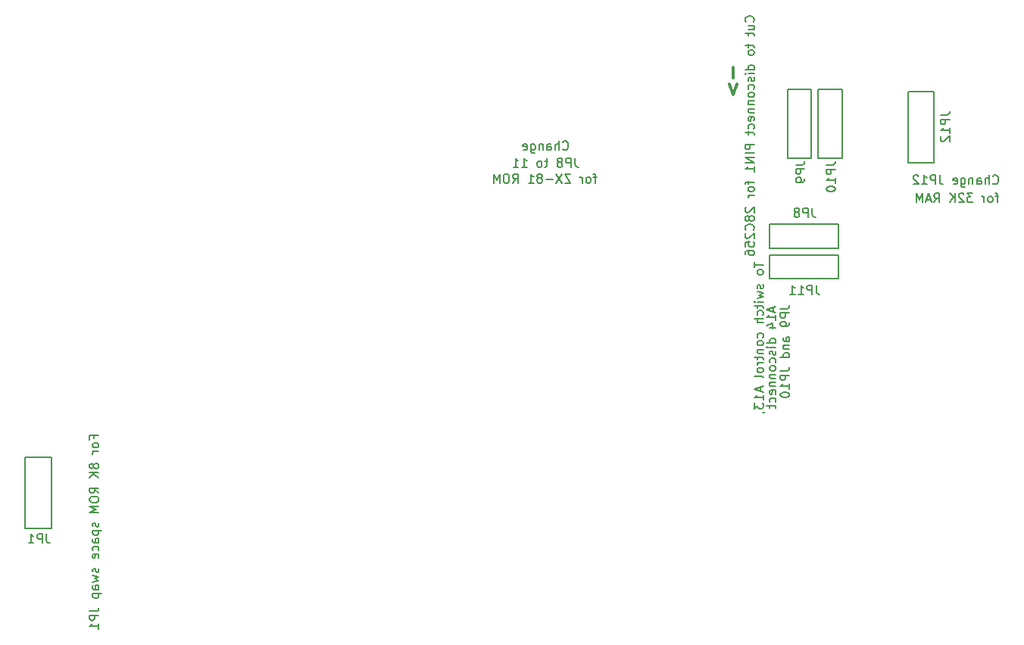
<source format=gbo>
%TF.GenerationSoftware,KiCad,Pcbnew,9.0.3*%
%TF.CreationDate,2025-08-02T16:42:51+01:00*%
%TF.ProjectId,ZX81plus38,5a583831-706c-4757-9333-382e6b696361,1.10*%
%TF.SameCoordinates,Original*%
%TF.FileFunction,Legend,Bot*%
%TF.FilePolarity,Positive*%
%FSLAX46Y46*%
G04 Gerber Fmt 4.6, Leading zero omitted, Abs format (unit mm)*
G04 Created by KiCad (PCBNEW 9.0.3) date 2025-08-02 16:42:51*
%MOMM*%
%LPD*%
G01*
G04 APERTURE LIST*
%ADD10C,0.200000*%
%ADD11C,0.150000*%
%ADD12C,0.300000*%
G04 APERTURE END LIST*
D10*
X166116000Y-69469000D02*
X166243000Y-69469000D01*
X80391000Y-110617000D02*
X80391000Y-118618000D01*
X179070000Y-77724000D02*
X176149000Y-77724000D01*
X165354000Y-77216000D02*
X163068000Y-77216000D01*
X179070000Y-69723000D02*
X179070000Y-77724000D01*
X77470000Y-118618000D02*
X77470000Y-110617000D01*
X168402000Y-88011000D02*
X168402000Y-90678000D01*
X160655000Y-88011000D02*
X168402000Y-88011000D01*
X160655000Y-84582000D02*
X168402000Y-84582000D01*
X80391000Y-118618000D02*
X77470000Y-118618000D01*
X160655000Y-90678000D02*
X160655000Y-88011000D01*
X176276000Y-69723000D02*
X179070000Y-69723000D01*
X176149000Y-77724000D02*
X176149000Y-69723000D01*
X168402000Y-87249000D02*
X160655000Y-87249000D01*
X168402000Y-90678000D02*
X160655000Y-90678000D01*
X168783000Y-77216000D02*
X166116000Y-77216000D01*
X168402000Y-84582000D02*
X168402000Y-87249000D01*
X162941000Y-77216000D02*
X162687000Y-77216000D01*
X160655000Y-87249000D02*
X160655000Y-84582000D01*
X162687000Y-69469000D02*
X162941000Y-69469000D01*
X166116000Y-77216000D02*
X166116000Y-69469000D01*
X162687000Y-77216000D02*
X162687000Y-69469000D01*
X166243000Y-69469000D02*
X168783000Y-69469000D01*
X77470000Y-110617000D02*
X80391000Y-110617000D01*
X162941000Y-69469000D02*
X165354000Y-69469000D01*
X163068000Y-77216000D02*
X162941000Y-77216000D01*
X165354000Y-69469000D02*
X165354000Y-77216000D01*
X168783000Y-69469000D02*
X168783000Y-77216000D01*
D11*
X158855580Y-61914093D02*
X158903200Y-61866474D01*
X158903200Y-61866474D02*
X158950819Y-61723617D01*
X158950819Y-61723617D02*
X158950819Y-61628379D01*
X158950819Y-61628379D02*
X158903200Y-61485522D01*
X158903200Y-61485522D02*
X158807961Y-61390284D01*
X158807961Y-61390284D02*
X158712723Y-61342665D01*
X158712723Y-61342665D02*
X158522247Y-61295046D01*
X158522247Y-61295046D02*
X158379390Y-61295046D01*
X158379390Y-61295046D02*
X158188914Y-61342665D01*
X158188914Y-61342665D02*
X158093676Y-61390284D01*
X158093676Y-61390284D02*
X157998438Y-61485522D01*
X157998438Y-61485522D02*
X157950819Y-61628379D01*
X157950819Y-61628379D02*
X157950819Y-61723617D01*
X157950819Y-61723617D02*
X157998438Y-61866474D01*
X157998438Y-61866474D02*
X158046057Y-61914093D01*
X158284152Y-62771236D02*
X158950819Y-62771236D01*
X158284152Y-62342665D02*
X158807961Y-62342665D01*
X158807961Y-62342665D02*
X158903200Y-62390284D01*
X158903200Y-62390284D02*
X158950819Y-62485522D01*
X158950819Y-62485522D02*
X158950819Y-62628379D01*
X158950819Y-62628379D02*
X158903200Y-62723617D01*
X158903200Y-62723617D02*
X158855580Y-62771236D01*
X158284152Y-63104570D02*
X158284152Y-63485522D01*
X157950819Y-63247427D02*
X158807961Y-63247427D01*
X158807961Y-63247427D02*
X158903200Y-63295046D01*
X158903200Y-63295046D02*
X158950819Y-63390284D01*
X158950819Y-63390284D02*
X158950819Y-63485522D01*
X158284152Y-64437904D02*
X158284152Y-64818856D01*
X157950819Y-64580761D02*
X158807961Y-64580761D01*
X158807961Y-64580761D02*
X158903200Y-64628380D01*
X158903200Y-64628380D02*
X158950819Y-64723618D01*
X158950819Y-64723618D02*
X158950819Y-64818856D01*
X158950819Y-65295047D02*
X158903200Y-65199809D01*
X158903200Y-65199809D02*
X158855580Y-65152190D01*
X158855580Y-65152190D02*
X158760342Y-65104571D01*
X158760342Y-65104571D02*
X158474628Y-65104571D01*
X158474628Y-65104571D02*
X158379390Y-65152190D01*
X158379390Y-65152190D02*
X158331771Y-65199809D01*
X158331771Y-65199809D02*
X158284152Y-65295047D01*
X158284152Y-65295047D02*
X158284152Y-65437904D01*
X158284152Y-65437904D02*
X158331771Y-65533142D01*
X158331771Y-65533142D02*
X158379390Y-65580761D01*
X158379390Y-65580761D02*
X158474628Y-65628380D01*
X158474628Y-65628380D02*
X158760342Y-65628380D01*
X158760342Y-65628380D02*
X158855580Y-65580761D01*
X158855580Y-65580761D02*
X158903200Y-65533142D01*
X158903200Y-65533142D02*
X158950819Y-65437904D01*
X158950819Y-65437904D02*
X158950819Y-65295047D01*
X158950819Y-67247428D02*
X157950819Y-67247428D01*
X158903200Y-67247428D02*
X158950819Y-67152190D01*
X158950819Y-67152190D02*
X158950819Y-66961714D01*
X158950819Y-66961714D02*
X158903200Y-66866476D01*
X158903200Y-66866476D02*
X158855580Y-66818857D01*
X158855580Y-66818857D02*
X158760342Y-66771238D01*
X158760342Y-66771238D02*
X158474628Y-66771238D01*
X158474628Y-66771238D02*
X158379390Y-66818857D01*
X158379390Y-66818857D02*
X158331771Y-66866476D01*
X158331771Y-66866476D02*
X158284152Y-66961714D01*
X158284152Y-66961714D02*
X158284152Y-67152190D01*
X158284152Y-67152190D02*
X158331771Y-67247428D01*
X158950819Y-67723619D02*
X158284152Y-67723619D01*
X157950819Y-67723619D02*
X157998438Y-67676000D01*
X157998438Y-67676000D02*
X158046057Y-67723619D01*
X158046057Y-67723619D02*
X157998438Y-67771238D01*
X157998438Y-67771238D02*
X157950819Y-67723619D01*
X157950819Y-67723619D02*
X158046057Y-67723619D01*
X158903200Y-68152190D02*
X158950819Y-68247428D01*
X158950819Y-68247428D02*
X158950819Y-68437904D01*
X158950819Y-68437904D02*
X158903200Y-68533142D01*
X158903200Y-68533142D02*
X158807961Y-68580761D01*
X158807961Y-68580761D02*
X158760342Y-68580761D01*
X158760342Y-68580761D02*
X158665104Y-68533142D01*
X158665104Y-68533142D02*
X158617485Y-68437904D01*
X158617485Y-68437904D02*
X158617485Y-68295047D01*
X158617485Y-68295047D02*
X158569866Y-68199809D01*
X158569866Y-68199809D02*
X158474628Y-68152190D01*
X158474628Y-68152190D02*
X158427009Y-68152190D01*
X158427009Y-68152190D02*
X158331771Y-68199809D01*
X158331771Y-68199809D02*
X158284152Y-68295047D01*
X158284152Y-68295047D02*
X158284152Y-68437904D01*
X158284152Y-68437904D02*
X158331771Y-68533142D01*
X158903200Y-69437904D02*
X158950819Y-69342666D01*
X158950819Y-69342666D02*
X158950819Y-69152190D01*
X158950819Y-69152190D02*
X158903200Y-69056952D01*
X158903200Y-69056952D02*
X158855580Y-69009333D01*
X158855580Y-69009333D02*
X158760342Y-68961714D01*
X158760342Y-68961714D02*
X158474628Y-68961714D01*
X158474628Y-68961714D02*
X158379390Y-69009333D01*
X158379390Y-69009333D02*
X158331771Y-69056952D01*
X158331771Y-69056952D02*
X158284152Y-69152190D01*
X158284152Y-69152190D02*
X158284152Y-69342666D01*
X158284152Y-69342666D02*
X158331771Y-69437904D01*
X158950819Y-70009333D02*
X158903200Y-69914095D01*
X158903200Y-69914095D02*
X158855580Y-69866476D01*
X158855580Y-69866476D02*
X158760342Y-69818857D01*
X158760342Y-69818857D02*
X158474628Y-69818857D01*
X158474628Y-69818857D02*
X158379390Y-69866476D01*
X158379390Y-69866476D02*
X158331771Y-69914095D01*
X158331771Y-69914095D02*
X158284152Y-70009333D01*
X158284152Y-70009333D02*
X158284152Y-70152190D01*
X158284152Y-70152190D02*
X158331771Y-70247428D01*
X158331771Y-70247428D02*
X158379390Y-70295047D01*
X158379390Y-70295047D02*
X158474628Y-70342666D01*
X158474628Y-70342666D02*
X158760342Y-70342666D01*
X158760342Y-70342666D02*
X158855580Y-70295047D01*
X158855580Y-70295047D02*
X158903200Y-70247428D01*
X158903200Y-70247428D02*
X158950819Y-70152190D01*
X158950819Y-70152190D02*
X158950819Y-70009333D01*
X158284152Y-70771238D02*
X158950819Y-70771238D01*
X158379390Y-70771238D02*
X158331771Y-70818857D01*
X158331771Y-70818857D02*
X158284152Y-70914095D01*
X158284152Y-70914095D02*
X158284152Y-71056952D01*
X158284152Y-71056952D02*
X158331771Y-71152190D01*
X158331771Y-71152190D02*
X158427009Y-71199809D01*
X158427009Y-71199809D02*
X158950819Y-71199809D01*
X158284152Y-71676000D02*
X158950819Y-71676000D01*
X158379390Y-71676000D02*
X158331771Y-71723619D01*
X158331771Y-71723619D02*
X158284152Y-71818857D01*
X158284152Y-71818857D02*
X158284152Y-71961714D01*
X158284152Y-71961714D02*
X158331771Y-72056952D01*
X158331771Y-72056952D02*
X158427009Y-72104571D01*
X158427009Y-72104571D02*
X158950819Y-72104571D01*
X158903200Y-72961714D02*
X158950819Y-72866476D01*
X158950819Y-72866476D02*
X158950819Y-72676000D01*
X158950819Y-72676000D02*
X158903200Y-72580762D01*
X158903200Y-72580762D02*
X158807961Y-72533143D01*
X158807961Y-72533143D02*
X158427009Y-72533143D01*
X158427009Y-72533143D02*
X158331771Y-72580762D01*
X158331771Y-72580762D02*
X158284152Y-72676000D01*
X158284152Y-72676000D02*
X158284152Y-72866476D01*
X158284152Y-72866476D02*
X158331771Y-72961714D01*
X158331771Y-72961714D02*
X158427009Y-73009333D01*
X158427009Y-73009333D02*
X158522247Y-73009333D01*
X158522247Y-73009333D02*
X158617485Y-72533143D01*
X158903200Y-73866476D02*
X158950819Y-73771238D01*
X158950819Y-73771238D02*
X158950819Y-73580762D01*
X158950819Y-73580762D02*
X158903200Y-73485524D01*
X158903200Y-73485524D02*
X158855580Y-73437905D01*
X158855580Y-73437905D02*
X158760342Y-73390286D01*
X158760342Y-73390286D02*
X158474628Y-73390286D01*
X158474628Y-73390286D02*
X158379390Y-73437905D01*
X158379390Y-73437905D02*
X158331771Y-73485524D01*
X158331771Y-73485524D02*
X158284152Y-73580762D01*
X158284152Y-73580762D02*
X158284152Y-73771238D01*
X158284152Y-73771238D02*
X158331771Y-73866476D01*
X158284152Y-74152191D02*
X158284152Y-74533143D01*
X157950819Y-74295048D02*
X158807961Y-74295048D01*
X158807961Y-74295048D02*
X158903200Y-74342667D01*
X158903200Y-74342667D02*
X158950819Y-74437905D01*
X158950819Y-74437905D02*
X158950819Y-74533143D01*
X158950819Y-75628382D02*
X157950819Y-75628382D01*
X157950819Y-75628382D02*
X157950819Y-76009334D01*
X157950819Y-76009334D02*
X157998438Y-76104572D01*
X157998438Y-76104572D02*
X158046057Y-76152191D01*
X158046057Y-76152191D02*
X158141295Y-76199810D01*
X158141295Y-76199810D02*
X158284152Y-76199810D01*
X158284152Y-76199810D02*
X158379390Y-76152191D01*
X158379390Y-76152191D02*
X158427009Y-76104572D01*
X158427009Y-76104572D02*
X158474628Y-76009334D01*
X158474628Y-76009334D02*
X158474628Y-75628382D01*
X158950819Y-76628382D02*
X157950819Y-76628382D01*
X158950819Y-77104572D02*
X157950819Y-77104572D01*
X157950819Y-77104572D02*
X158950819Y-77676000D01*
X158950819Y-77676000D02*
X157950819Y-77676000D01*
X158950819Y-78676000D02*
X158950819Y-78104572D01*
X158950819Y-78390286D02*
X157950819Y-78390286D01*
X157950819Y-78390286D02*
X158093676Y-78295048D01*
X158093676Y-78295048D02*
X158188914Y-78199810D01*
X158188914Y-78199810D02*
X158236533Y-78104572D01*
X158284152Y-79723620D02*
X158284152Y-80104572D01*
X158950819Y-79866477D02*
X158093676Y-79866477D01*
X158093676Y-79866477D02*
X157998438Y-79914096D01*
X157998438Y-79914096D02*
X157950819Y-80009334D01*
X157950819Y-80009334D02*
X157950819Y-80104572D01*
X158950819Y-80580763D02*
X158903200Y-80485525D01*
X158903200Y-80485525D02*
X158855580Y-80437906D01*
X158855580Y-80437906D02*
X158760342Y-80390287D01*
X158760342Y-80390287D02*
X158474628Y-80390287D01*
X158474628Y-80390287D02*
X158379390Y-80437906D01*
X158379390Y-80437906D02*
X158331771Y-80485525D01*
X158331771Y-80485525D02*
X158284152Y-80580763D01*
X158284152Y-80580763D02*
X158284152Y-80723620D01*
X158284152Y-80723620D02*
X158331771Y-80818858D01*
X158331771Y-80818858D02*
X158379390Y-80866477D01*
X158379390Y-80866477D02*
X158474628Y-80914096D01*
X158474628Y-80914096D02*
X158760342Y-80914096D01*
X158760342Y-80914096D02*
X158855580Y-80866477D01*
X158855580Y-80866477D02*
X158903200Y-80818858D01*
X158903200Y-80818858D02*
X158950819Y-80723620D01*
X158950819Y-80723620D02*
X158950819Y-80580763D01*
X158950819Y-81342668D02*
X158284152Y-81342668D01*
X158474628Y-81342668D02*
X158379390Y-81390287D01*
X158379390Y-81390287D02*
X158331771Y-81437906D01*
X158331771Y-81437906D02*
X158284152Y-81533144D01*
X158284152Y-81533144D02*
X158284152Y-81628382D01*
X158046057Y-82676002D02*
X157998438Y-82723621D01*
X157998438Y-82723621D02*
X157950819Y-82818859D01*
X157950819Y-82818859D02*
X157950819Y-83056954D01*
X157950819Y-83056954D02*
X157998438Y-83152192D01*
X157998438Y-83152192D02*
X158046057Y-83199811D01*
X158046057Y-83199811D02*
X158141295Y-83247430D01*
X158141295Y-83247430D02*
X158236533Y-83247430D01*
X158236533Y-83247430D02*
X158379390Y-83199811D01*
X158379390Y-83199811D02*
X158950819Y-82628383D01*
X158950819Y-82628383D02*
X158950819Y-83247430D01*
X158379390Y-83818859D02*
X158331771Y-83723621D01*
X158331771Y-83723621D02*
X158284152Y-83676002D01*
X158284152Y-83676002D02*
X158188914Y-83628383D01*
X158188914Y-83628383D02*
X158141295Y-83628383D01*
X158141295Y-83628383D02*
X158046057Y-83676002D01*
X158046057Y-83676002D02*
X157998438Y-83723621D01*
X157998438Y-83723621D02*
X157950819Y-83818859D01*
X157950819Y-83818859D02*
X157950819Y-84009335D01*
X157950819Y-84009335D02*
X157998438Y-84104573D01*
X157998438Y-84104573D02*
X158046057Y-84152192D01*
X158046057Y-84152192D02*
X158141295Y-84199811D01*
X158141295Y-84199811D02*
X158188914Y-84199811D01*
X158188914Y-84199811D02*
X158284152Y-84152192D01*
X158284152Y-84152192D02*
X158331771Y-84104573D01*
X158331771Y-84104573D02*
X158379390Y-84009335D01*
X158379390Y-84009335D02*
X158379390Y-83818859D01*
X158379390Y-83818859D02*
X158427009Y-83723621D01*
X158427009Y-83723621D02*
X158474628Y-83676002D01*
X158474628Y-83676002D02*
X158569866Y-83628383D01*
X158569866Y-83628383D02*
X158760342Y-83628383D01*
X158760342Y-83628383D02*
X158855580Y-83676002D01*
X158855580Y-83676002D02*
X158903200Y-83723621D01*
X158903200Y-83723621D02*
X158950819Y-83818859D01*
X158950819Y-83818859D02*
X158950819Y-84009335D01*
X158950819Y-84009335D02*
X158903200Y-84104573D01*
X158903200Y-84104573D02*
X158855580Y-84152192D01*
X158855580Y-84152192D02*
X158760342Y-84199811D01*
X158760342Y-84199811D02*
X158569866Y-84199811D01*
X158569866Y-84199811D02*
X158474628Y-84152192D01*
X158474628Y-84152192D02*
X158427009Y-84104573D01*
X158427009Y-84104573D02*
X158379390Y-84009335D01*
X158855580Y-85199811D02*
X158903200Y-85152192D01*
X158903200Y-85152192D02*
X158950819Y-85009335D01*
X158950819Y-85009335D02*
X158950819Y-84914097D01*
X158950819Y-84914097D02*
X158903200Y-84771240D01*
X158903200Y-84771240D02*
X158807961Y-84676002D01*
X158807961Y-84676002D02*
X158712723Y-84628383D01*
X158712723Y-84628383D02*
X158522247Y-84580764D01*
X158522247Y-84580764D02*
X158379390Y-84580764D01*
X158379390Y-84580764D02*
X158188914Y-84628383D01*
X158188914Y-84628383D02*
X158093676Y-84676002D01*
X158093676Y-84676002D02*
X157998438Y-84771240D01*
X157998438Y-84771240D02*
X157950819Y-84914097D01*
X157950819Y-84914097D02*
X157950819Y-85009335D01*
X157950819Y-85009335D02*
X157998438Y-85152192D01*
X157998438Y-85152192D02*
X158046057Y-85199811D01*
X158046057Y-85580764D02*
X157998438Y-85628383D01*
X157998438Y-85628383D02*
X157950819Y-85723621D01*
X157950819Y-85723621D02*
X157950819Y-85961716D01*
X157950819Y-85961716D02*
X157998438Y-86056954D01*
X157998438Y-86056954D02*
X158046057Y-86104573D01*
X158046057Y-86104573D02*
X158141295Y-86152192D01*
X158141295Y-86152192D02*
X158236533Y-86152192D01*
X158236533Y-86152192D02*
X158379390Y-86104573D01*
X158379390Y-86104573D02*
X158950819Y-85533145D01*
X158950819Y-85533145D02*
X158950819Y-86152192D01*
X157950819Y-87056954D02*
X157950819Y-86580764D01*
X157950819Y-86580764D02*
X158427009Y-86533145D01*
X158427009Y-86533145D02*
X158379390Y-86580764D01*
X158379390Y-86580764D02*
X158331771Y-86676002D01*
X158331771Y-86676002D02*
X158331771Y-86914097D01*
X158331771Y-86914097D02*
X158379390Y-87009335D01*
X158379390Y-87009335D02*
X158427009Y-87056954D01*
X158427009Y-87056954D02*
X158522247Y-87104573D01*
X158522247Y-87104573D02*
X158760342Y-87104573D01*
X158760342Y-87104573D02*
X158855580Y-87056954D01*
X158855580Y-87056954D02*
X158903200Y-87009335D01*
X158903200Y-87009335D02*
X158950819Y-86914097D01*
X158950819Y-86914097D02*
X158950819Y-86676002D01*
X158950819Y-86676002D02*
X158903200Y-86580764D01*
X158903200Y-86580764D02*
X158855580Y-86533145D01*
X157950819Y-87961716D02*
X157950819Y-87771240D01*
X157950819Y-87771240D02*
X157998438Y-87676002D01*
X157998438Y-87676002D02*
X158046057Y-87628383D01*
X158046057Y-87628383D02*
X158188914Y-87533145D01*
X158188914Y-87533145D02*
X158379390Y-87485526D01*
X158379390Y-87485526D02*
X158760342Y-87485526D01*
X158760342Y-87485526D02*
X158855580Y-87533145D01*
X158855580Y-87533145D02*
X158903200Y-87580764D01*
X158903200Y-87580764D02*
X158950819Y-87676002D01*
X158950819Y-87676002D02*
X158950819Y-87866478D01*
X158950819Y-87866478D02*
X158903200Y-87961716D01*
X158903200Y-87961716D02*
X158855580Y-88009335D01*
X158855580Y-88009335D02*
X158760342Y-88056954D01*
X158760342Y-88056954D02*
X158522247Y-88056954D01*
X158522247Y-88056954D02*
X158427009Y-88009335D01*
X158427009Y-88009335D02*
X158379390Y-87961716D01*
X158379390Y-87961716D02*
X158331771Y-87866478D01*
X158331771Y-87866478D02*
X158331771Y-87676002D01*
X158331771Y-87676002D02*
X158379390Y-87580764D01*
X158379390Y-87580764D02*
X158427009Y-87533145D01*
X158427009Y-87533145D02*
X158522247Y-87485526D01*
D10*
X185625857Y-79985980D02*
X185673476Y-80033600D01*
X185673476Y-80033600D02*
X185816333Y-80081219D01*
X185816333Y-80081219D02*
X185911571Y-80081219D01*
X185911571Y-80081219D02*
X186054428Y-80033600D01*
X186054428Y-80033600D02*
X186149666Y-79938361D01*
X186149666Y-79938361D02*
X186197285Y-79843123D01*
X186197285Y-79843123D02*
X186244904Y-79652647D01*
X186244904Y-79652647D02*
X186244904Y-79509790D01*
X186244904Y-79509790D02*
X186197285Y-79319314D01*
X186197285Y-79319314D02*
X186149666Y-79224076D01*
X186149666Y-79224076D02*
X186054428Y-79128838D01*
X186054428Y-79128838D02*
X185911571Y-79081219D01*
X185911571Y-79081219D02*
X185816333Y-79081219D01*
X185816333Y-79081219D02*
X185673476Y-79128838D01*
X185673476Y-79128838D02*
X185625857Y-79176457D01*
X185197285Y-80081219D02*
X185197285Y-79081219D01*
X184768714Y-80081219D02*
X184768714Y-79557409D01*
X184768714Y-79557409D02*
X184816333Y-79462171D01*
X184816333Y-79462171D02*
X184911571Y-79414552D01*
X184911571Y-79414552D02*
X185054428Y-79414552D01*
X185054428Y-79414552D02*
X185149666Y-79462171D01*
X185149666Y-79462171D02*
X185197285Y-79509790D01*
X183863952Y-80081219D02*
X183863952Y-79557409D01*
X183863952Y-79557409D02*
X183911571Y-79462171D01*
X183911571Y-79462171D02*
X184006809Y-79414552D01*
X184006809Y-79414552D02*
X184197285Y-79414552D01*
X184197285Y-79414552D02*
X184292523Y-79462171D01*
X183863952Y-80033600D02*
X183959190Y-80081219D01*
X183959190Y-80081219D02*
X184197285Y-80081219D01*
X184197285Y-80081219D02*
X184292523Y-80033600D01*
X184292523Y-80033600D02*
X184340142Y-79938361D01*
X184340142Y-79938361D02*
X184340142Y-79843123D01*
X184340142Y-79843123D02*
X184292523Y-79747885D01*
X184292523Y-79747885D02*
X184197285Y-79700266D01*
X184197285Y-79700266D02*
X183959190Y-79700266D01*
X183959190Y-79700266D02*
X183863952Y-79652647D01*
X183387761Y-79414552D02*
X183387761Y-80081219D01*
X183387761Y-79509790D02*
X183340142Y-79462171D01*
X183340142Y-79462171D02*
X183244904Y-79414552D01*
X183244904Y-79414552D02*
X183102047Y-79414552D01*
X183102047Y-79414552D02*
X183006809Y-79462171D01*
X183006809Y-79462171D02*
X182959190Y-79557409D01*
X182959190Y-79557409D02*
X182959190Y-80081219D01*
X182054428Y-79414552D02*
X182054428Y-80224076D01*
X182054428Y-80224076D02*
X182102047Y-80319314D01*
X182102047Y-80319314D02*
X182149666Y-80366933D01*
X182149666Y-80366933D02*
X182244904Y-80414552D01*
X182244904Y-80414552D02*
X182387761Y-80414552D01*
X182387761Y-80414552D02*
X182482999Y-80366933D01*
X182054428Y-80033600D02*
X182149666Y-80081219D01*
X182149666Y-80081219D02*
X182340142Y-80081219D01*
X182340142Y-80081219D02*
X182435380Y-80033600D01*
X182435380Y-80033600D02*
X182482999Y-79985980D01*
X182482999Y-79985980D02*
X182530618Y-79890742D01*
X182530618Y-79890742D02*
X182530618Y-79605028D01*
X182530618Y-79605028D02*
X182482999Y-79509790D01*
X182482999Y-79509790D02*
X182435380Y-79462171D01*
X182435380Y-79462171D02*
X182340142Y-79414552D01*
X182340142Y-79414552D02*
X182149666Y-79414552D01*
X182149666Y-79414552D02*
X182054428Y-79462171D01*
X181197285Y-80033600D02*
X181292523Y-80081219D01*
X181292523Y-80081219D02*
X181482999Y-80081219D01*
X181482999Y-80081219D02*
X181578237Y-80033600D01*
X181578237Y-80033600D02*
X181625856Y-79938361D01*
X181625856Y-79938361D02*
X181625856Y-79557409D01*
X181625856Y-79557409D02*
X181578237Y-79462171D01*
X181578237Y-79462171D02*
X181482999Y-79414552D01*
X181482999Y-79414552D02*
X181292523Y-79414552D01*
X181292523Y-79414552D02*
X181197285Y-79462171D01*
X181197285Y-79462171D02*
X181149666Y-79557409D01*
X181149666Y-79557409D02*
X181149666Y-79652647D01*
X181149666Y-79652647D02*
X181625856Y-79747885D01*
X179673475Y-79081219D02*
X179673475Y-79795504D01*
X179673475Y-79795504D02*
X179721094Y-79938361D01*
X179721094Y-79938361D02*
X179816332Y-80033600D01*
X179816332Y-80033600D02*
X179959189Y-80081219D01*
X179959189Y-80081219D02*
X180054427Y-80081219D01*
X179197284Y-80081219D02*
X179197284Y-79081219D01*
X179197284Y-79081219D02*
X178816332Y-79081219D01*
X178816332Y-79081219D02*
X178721094Y-79128838D01*
X178721094Y-79128838D02*
X178673475Y-79176457D01*
X178673475Y-79176457D02*
X178625856Y-79271695D01*
X178625856Y-79271695D02*
X178625856Y-79414552D01*
X178625856Y-79414552D02*
X178673475Y-79509790D01*
X178673475Y-79509790D02*
X178721094Y-79557409D01*
X178721094Y-79557409D02*
X178816332Y-79605028D01*
X178816332Y-79605028D02*
X179197284Y-79605028D01*
X177673475Y-80081219D02*
X178244903Y-80081219D01*
X177959189Y-80081219D02*
X177959189Y-79081219D01*
X177959189Y-79081219D02*
X178054427Y-79224076D01*
X178054427Y-79224076D02*
X178149665Y-79319314D01*
X178149665Y-79319314D02*
X178244903Y-79366933D01*
X177292522Y-79176457D02*
X177244903Y-79128838D01*
X177244903Y-79128838D02*
X177149665Y-79081219D01*
X177149665Y-79081219D02*
X176911570Y-79081219D01*
X176911570Y-79081219D02*
X176816332Y-79128838D01*
X176816332Y-79128838D02*
X176768713Y-79176457D01*
X176768713Y-79176457D02*
X176721094Y-79271695D01*
X176721094Y-79271695D02*
X176721094Y-79366933D01*
X176721094Y-79366933D02*
X176768713Y-79509790D01*
X176768713Y-79509790D02*
X177340141Y-80081219D01*
X177340141Y-80081219D02*
X176721094Y-80081219D01*
X186276666Y-81446552D02*
X185895714Y-81446552D01*
X186133809Y-82113219D02*
X186133809Y-81256076D01*
X186133809Y-81256076D02*
X186086190Y-81160838D01*
X186086190Y-81160838D02*
X185990952Y-81113219D01*
X185990952Y-81113219D02*
X185895714Y-81113219D01*
X185419523Y-82113219D02*
X185514761Y-82065600D01*
X185514761Y-82065600D02*
X185562380Y-82017980D01*
X185562380Y-82017980D02*
X185609999Y-81922742D01*
X185609999Y-81922742D02*
X185609999Y-81637028D01*
X185609999Y-81637028D02*
X185562380Y-81541790D01*
X185562380Y-81541790D02*
X185514761Y-81494171D01*
X185514761Y-81494171D02*
X185419523Y-81446552D01*
X185419523Y-81446552D02*
X185276666Y-81446552D01*
X185276666Y-81446552D02*
X185181428Y-81494171D01*
X185181428Y-81494171D02*
X185133809Y-81541790D01*
X185133809Y-81541790D02*
X185086190Y-81637028D01*
X185086190Y-81637028D02*
X185086190Y-81922742D01*
X185086190Y-81922742D02*
X185133809Y-82017980D01*
X185133809Y-82017980D02*
X185181428Y-82065600D01*
X185181428Y-82065600D02*
X185276666Y-82113219D01*
X185276666Y-82113219D02*
X185419523Y-82113219D01*
X184657618Y-82113219D02*
X184657618Y-81446552D01*
X184657618Y-81637028D02*
X184609999Y-81541790D01*
X184609999Y-81541790D02*
X184562380Y-81494171D01*
X184562380Y-81494171D02*
X184467142Y-81446552D01*
X184467142Y-81446552D02*
X184371904Y-81446552D01*
X183371903Y-81113219D02*
X182752856Y-81113219D01*
X182752856Y-81113219D02*
X183086189Y-81494171D01*
X183086189Y-81494171D02*
X182943332Y-81494171D01*
X182943332Y-81494171D02*
X182848094Y-81541790D01*
X182848094Y-81541790D02*
X182800475Y-81589409D01*
X182800475Y-81589409D02*
X182752856Y-81684647D01*
X182752856Y-81684647D02*
X182752856Y-81922742D01*
X182752856Y-81922742D02*
X182800475Y-82017980D01*
X182800475Y-82017980D02*
X182848094Y-82065600D01*
X182848094Y-82065600D02*
X182943332Y-82113219D01*
X182943332Y-82113219D02*
X183229046Y-82113219D01*
X183229046Y-82113219D02*
X183324284Y-82065600D01*
X183324284Y-82065600D02*
X183371903Y-82017980D01*
X182371903Y-81208457D02*
X182324284Y-81160838D01*
X182324284Y-81160838D02*
X182229046Y-81113219D01*
X182229046Y-81113219D02*
X181990951Y-81113219D01*
X181990951Y-81113219D02*
X181895713Y-81160838D01*
X181895713Y-81160838D02*
X181848094Y-81208457D01*
X181848094Y-81208457D02*
X181800475Y-81303695D01*
X181800475Y-81303695D02*
X181800475Y-81398933D01*
X181800475Y-81398933D02*
X181848094Y-81541790D01*
X181848094Y-81541790D02*
X182419522Y-82113219D01*
X182419522Y-82113219D02*
X181800475Y-82113219D01*
X181371903Y-82113219D02*
X181371903Y-81113219D01*
X180800475Y-82113219D02*
X181229046Y-81541790D01*
X180800475Y-81113219D02*
X181371903Y-81684647D01*
X179038570Y-82113219D02*
X179371903Y-81637028D01*
X179609998Y-82113219D02*
X179609998Y-81113219D01*
X179609998Y-81113219D02*
X179229046Y-81113219D01*
X179229046Y-81113219D02*
X179133808Y-81160838D01*
X179133808Y-81160838D02*
X179086189Y-81208457D01*
X179086189Y-81208457D02*
X179038570Y-81303695D01*
X179038570Y-81303695D02*
X179038570Y-81446552D01*
X179038570Y-81446552D02*
X179086189Y-81541790D01*
X179086189Y-81541790D02*
X179133808Y-81589409D01*
X179133808Y-81589409D02*
X179229046Y-81637028D01*
X179229046Y-81637028D02*
X179609998Y-81637028D01*
X178657617Y-81827504D02*
X178181427Y-81827504D01*
X178752855Y-82113219D02*
X178419522Y-81113219D01*
X178419522Y-81113219D02*
X178086189Y-82113219D01*
X177752855Y-82113219D02*
X177752855Y-81113219D01*
X177752855Y-81113219D02*
X177419522Y-81827504D01*
X177419522Y-81827504D02*
X177086189Y-81113219D01*
X177086189Y-81113219D02*
X177086189Y-82113219D01*
D11*
X158966819Y-88805808D02*
X158966819Y-89377236D01*
X159966819Y-89091522D02*
X158966819Y-89091522D01*
X159966819Y-89853427D02*
X159919200Y-89758189D01*
X159919200Y-89758189D02*
X159871580Y-89710570D01*
X159871580Y-89710570D02*
X159776342Y-89662951D01*
X159776342Y-89662951D02*
X159490628Y-89662951D01*
X159490628Y-89662951D02*
X159395390Y-89710570D01*
X159395390Y-89710570D02*
X159347771Y-89758189D01*
X159347771Y-89758189D02*
X159300152Y-89853427D01*
X159300152Y-89853427D02*
X159300152Y-89996284D01*
X159300152Y-89996284D02*
X159347771Y-90091522D01*
X159347771Y-90091522D02*
X159395390Y-90139141D01*
X159395390Y-90139141D02*
X159490628Y-90186760D01*
X159490628Y-90186760D02*
X159776342Y-90186760D01*
X159776342Y-90186760D02*
X159871580Y-90139141D01*
X159871580Y-90139141D02*
X159919200Y-90091522D01*
X159919200Y-90091522D02*
X159966819Y-89996284D01*
X159966819Y-89996284D02*
X159966819Y-89853427D01*
X159919200Y-91329618D02*
X159966819Y-91424856D01*
X159966819Y-91424856D02*
X159966819Y-91615332D01*
X159966819Y-91615332D02*
X159919200Y-91710570D01*
X159919200Y-91710570D02*
X159823961Y-91758189D01*
X159823961Y-91758189D02*
X159776342Y-91758189D01*
X159776342Y-91758189D02*
X159681104Y-91710570D01*
X159681104Y-91710570D02*
X159633485Y-91615332D01*
X159633485Y-91615332D02*
X159633485Y-91472475D01*
X159633485Y-91472475D02*
X159585866Y-91377237D01*
X159585866Y-91377237D02*
X159490628Y-91329618D01*
X159490628Y-91329618D02*
X159443009Y-91329618D01*
X159443009Y-91329618D02*
X159347771Y-91377237D01*
X159347771Y-91377237D02*
X159300152Y-91472475D01*
X159300152Y-91472475D02*
X159300152Y-91615332D01*
X159300152Y-91615332D02*
X159347771Y-91710570D01*
X159300152Y-92091523D02*
X159966819Y-92281999D01*
X159966819Y-92281999D02*
X159490628Y-92472475D01*
X159490628Y-92472475D02*
X159966819Y-92662951D01*
X159966819Y-92662951D02*
X159300152Y-92853427D01*
X159966819Y-93234380D02*
X159300152Y-93234380D01*
X158966819Y-93234380D02*
X159014438Y-93186761D01*
X159014438Y-93186761D02*
X159062057Y-93234380D01*
X159062057Y-93234380D02*
X159014438Y-93281999D01*
X159014438Y-93281999D02*
X158966819Y-93234380D01*
X158966819Y-93234380D02*
X159062057Y-93234380D01*
X159300152Y-93567713D02*
X159300152Y-93948665D01*
X158966819Y-93710570D02*
X159823961Y-93710570D01*
X159823961Y-93710570D02*
X159919200Y-93758189D01*
X159919200Y-93758189D02*
X159966819Y-93853427D01*
X159966819Y-93853427D02*
X159966819Y-93948665D01*
X159919200Y-94710570D02*
X159966819Y-94615332D01*
X159966819Y-94615332D02*
X159966819Y-94424856D01*
X159966819Y-94424856D02*
X159919200Y-94329618D01*
X159919200Y-94329618D02*
X159871580Y-94281999D01*
X159871580Y-94281999D02*
X159776342Y-94234380D01*
X159776342Y-94234380D02*
X159490628Y-94234380D01*
X159490628Y-94234380D02*
X159395390Y-94281999D01*
X159395390Y-94281999D02*
X159347771Y-94329618D01*
X159347771Y-94329618D02*
X159300152Y-94424856D01*
X159300152Y-94424856D02*
X159300152Y-94615332D01*
X159300152Y-94615332D02*
X159347771Y-94710570D01*
X159966819Y-95139142D02*
X158966819Y-95139142D01*
X159966819Y-95567713D02*
X159443009Y-95567713D01*
X159443009Y-95567713D02*
X159347771Y-95520094D01*
X159347771Y-95520094D02*
X159300152Y-95424856D01*
X159300152Y-95424856D02*
X159300152Y-95281999D01*
X159300152Y-95281999D02*
X159347771Y-95186761D01*
X159347771Y-95186761D02*
X159395390Y-95139142D01*
X159919200Y-97234380D02*
X159966819Y-97139142D01*
X159966819Y-97139142D02*
X159966819Y-96948666D01*
X159966819Y-96948666D02*
X159919200Y-96853428D01*
X159919200Y-96853428D02*
X159871580Y-96805809D01*
X159871580Y-96805809D02*
X159776342Y-96758190D01*
X159776342Y-96758190D02*
X159490628Y-96758190D01*
X159490628Y-96758190D02*
X159395390Y-96805809D01*
X159395390Y-96805809D02*
X159347771Y-96853428D01*
X159347771Y-96853428D02*
X159300152Y-96948666D01*
X159300152Y-96948666D02*
X159300152Y-97139142D01*
X159300152Y-97139142D02*
X159347771Y-97234380D01*
X159966819Y-97805809D02*
X159919200Y-97710571D01*
X159919200Y-97710571D02*
X159871580Y-97662952D01*
X159871580Y-97662952D02*
X159776342Y-97615333D01*
X159776342Y-97615333D02*
X159490628Y-97615333D01*
X159490628Y-97615333D02*
X159395390Y-97662952D01*
X159395390Y-97662952D02*
X159347771Y-97710571D01*
X159347771Y-97710571D02*
X159300152Y-97805809D01*
X159300152Y-97805809D02*
X159300152Y-97948666D01*
X159300152Y-97948666D02*
X159347771Y-98043904D01*
X159347771Y-98043904D02*
X159395390Y-98091523D01*
X159395390Y-98091523D02*
X159490628Y-98139142D01*
X159490628Y-98139142D02*
X159776342Y-98139142D01*
X159776342Y-98139142D02*
X159871580Y-98091523D01*
X159871580Y-98091523D02*
X159919200Y-98043904D01*
X159919200Y-98043904D02*
X159966819Y-97948666D01*
X159966819Y-97948666D02*
X159966819Y-97805809D01*
X159300152Y-98567714D02*
X159966819Y-98567714D01*
X159395390Y-98567714D02*
X159347771Y-98615333D01*
X159347771Y-98615333D02*
X159300152Y-98710571D01*
X159300152Y-98710571D02*
X159300152Y-98853428D01*
X159300152Y-98853428D02*
X159347771Y-98948666D01*
X159347771Y-98948666D02*
X159443009Y-98996285D01*
X159443009Y-98996285D02*
X159966819Y-98996285D01*
X159300152Y-99329619D02*
X159300152Y-99710571D01*
X158966819Y-99472476D02*
X159823961Y-99472476D01*
X159823961Y-99472476D02*
X159919200Y-99520095D01*
X159919200Y-99520095D02*
X159966819Y-99615333D01*
X159966819Y-99615333D02*
X159966819Y-99710571D01*
X159966819Y-100043905D02*
X159300152Y-100043905D01*
X159490628Y-100043905D02*
X159395390Y-100091524D01*
X159395390Y-100091524D02*
X159347771Y-100139143D01*
X159347771Y-100139143D02*
X159300152Y-100234381D01*
X159300152Y-100234381D02*
X159300152Y-100329619D01*
X159966819Y-100805810D02*
X159919200Y-100710572D01*
X159919200Y-100710572D02*
X159871580Y-100662953D01*
X159871580Y-100662953D02*
X159776342Y-100615334D01*
X159776342Y-100615334D02*
X159490628Y-100615334D01*
X159490628Y-100615334D02*
X159395390Y-100662953D01*
X159395390Y-100662953D02*
X159347771Y-100710572D01*
X159347771Y-100710572D02*
X159300152Y-100805810D01*
X159300152Y-100805810D02*
X159300152Y-100948667D01*
X159300152Y-100948667D02*
X159347771Y-101043905D01*
X159347771Y-101043905D02*
X159395390Y-101091524D01*
X159395390Y-101091524D02*
X159490628Y-101139143D01*
X159490628Y-101139143D02*
X159776342Y-101139143D01*
X159776342Y-101139143D02*
X159871580Y-101091524D01*
X159871580Y-101091524D02*
X159919200Y-101043905D01*
X159919200Y-101043905D02*
X159966819Y-100948667D01*
X159966819Y-100948667D02*
X159966819Y-100805810D01*
X159966819Y-101710572D02*
X159919200Y-101615334D01*
X159919200Y-101615334D02*
X159823961Y-101567715D01*
X159823961Y-101567715D02*
X158966819Y-101567715D01*
X159681104Y-102805811D02*
X159681104Y-103282001D01*
X159966819Y-102710573D02*
X158966819Y-103043906D01*
X158966819Y-103043906D02*
X159966819Y-103377239D01*
X159966819Y-104234382D02*
X159966819Y-103662954D01*
X159966819Y-103948668D02*
X158966819Y-103948668D01*
X158966819Y-103948668D02*
X159109676Y-103853430D01*
X159109676Y-103853430D02*
X159204914Y-103758192D01*
X159204914Y-103758192D02*
X159252533Y-103662954D01*
X158966819Y-104567716D02*
X158966819Y-105186763D01*
X158966819Y-105186763D02*
X159347771Y-104853430D01*
X159347771Y-104853430D02*
X159347771Y-104996287D01*
X159347771Y-104996287D02*
X159395390Y-105091525D01*
X159395390Y-105091525D02*
X159443009Y-105139144D01*
X159443009Y-105139144D02*
X159538247Y-105186763D01*
X159538247Y-105186763D02*
X159776342Y-105186763D01*
X159776342Y-105186763D02*
X159871580Y-105139144D01*
X159871580Y-105139144D02*
X159919200Y-105091525D01*
X159919200Y-105091525D02*
X159966819Y-104996287D01*
X159966819Y-104996287D02*
X159966819Y-104710573D01*
X159966819Y-104710573D02*
X159919200Y-104615335D01*
X159919200Y-104615335D02*
X159871580Y-104567716D01*
X159919200Y-105662954D02*
X159966819Y-105662954D01*
X159966819Y-105662954D02*
X160062057Y-105615335D01*
X160062057Y-105615335D02*
X160109676Y-105567716D01*
X161887819Y-94020285D02*
X162602104Y-94020285D01*
X162602104Y-94020285D02*
X162744961Y-93972666D01*
X162744961Y-93972666D02*
X162840200Y-93877428D01*
X162840200Y-93877428D02*
X162887819Y-93734571D01*
X162887819Y-93734571D02*
X162887819Y-93639333D01*
X162887819Y-94496476D02*
X161887819Y-94496476D01*
X161887819Y-94496476D02*
X161887819Y-94877428D01*
X161887819Y-94877428D02*
X161935438Y-94972666D01*
X161935438Y-94972666D02*
X161983057Y-95020285D01*
X161983057Y-95020285D02*
X162078295Y-95067904D01*
X162078295Y-95067904D02*
X162221152Y-95067904D01*
X162221152Y-95067904D02*
X162316390Y-95020285D01*
X162316390Y-95020285D02*
X162364009Y-94972666D01*
X162364009Y-94972666D02*
X162411628Y-94877428D01*
X162411628Y-94877428D02*
X162411628Y-94496476D01*
X162887819Y-95544095D02*
X162887819Y-95734571D01*
X162887819Y-95734571D02*
X162840200Y-95829809D01*
X162840200Y-95829809D02*
X162792580Y-95877428D01*
X162792580Y-95877428D02*
X162649723Y-95972666D01*
X162649723Y-95972666D02*
X162459247Y-96020285D01*
X162459247Y-96020285D02*
X162078295Y-96020285D01*
X162078295Y-96020285D02*
X161983057Y-95972666D01*
X161983057Y-95972666D02*
X161935438Y-95925047D01*
X161935438Y-95925047D02*
X161887819Y-95829809D01*
X161887819Y-95829809D02*
X161887819Y-95639333D01*
X161887819Y-95639333D02*
X161935438Y-95544095D01*
X161935438Y-95544095D02*
X161983057Y-95496476D01*
X161983057Y-95496476D02*
X162078295Y-95448857D01*
X162078295Y-95448857D02*
X162316390Y-95448857D01*
X162316390Y-95448857D02*
X162411628Y-95496476D01*
X162411628Y-95496476D02*
X162459247Y-95544095D01*
X162459247Y-95544095D02*
X162506866Y-95639333D01*
X162506866Y-95639333D02*
X162506866Y-95829809D01*
X162506866Y-95829809D02*
X162459247Y-95925047D01*
X162459247Y-95925047D02*
X162411628Y-95972666D01*
X162411628Y-95972666D02*
X162316390Y-96020285D01*
X162887819Y-97639333D02*
X162364009Y-97639333D01*
X162364009Y-97639333D02*
X162268771Y-97591714D01*
X162268771Y-97591714D02*
X162221152Y-97496476D01*
X162221152Y-97496476D02*
X162221152Y-97306000D01*
X162221152Y-97306000D02*
X162268771Y-97210762D01*
X162840200Y-97639333D02*
X162887819Y-97544095D01*
X162887819Y-97544095D02*
X162887819Y-97306000D01*
X162887819Y-97306000D02*
X162840200Y-97210762D01*
X162840200Y-97210762D02*
X162744961Y-97163143D01*
X162744961Y-97163143D02*
X162649723Y-97163143D01*
X162649723Y-97163143D02*
X162554485Y-97210762D01*
X162554485Y-97210762D02*
X162506866Y-97306000D01*
X162506866Y-97306000D02*
X162506866Y-97544095D01*
X162506866Y-97544095D02*
X162459247Y-97639333D01*
X162221152Y-98115524D02*
X162887819Y-98115524D01*
X162316390Y-98115524D02*
X162268771Y-98163143D01*
X162268771Y-98163143D02*
X162221152Y-98258381D01*
X162221152Y-98258381D02*
X162221152Y-98401238D01*
X162221152Y-98401238D02*
X162268771Y-98496476D01*
X162268771Y-98496476D02*
X162364009Y-98544095D01*
X162364009Y-98544095D02*
X162887819Y-98544095D01*
X162887819Y-99448857D02*
X161887819Y-99448857D01*
X162840200Y-99448857D02*
X162887819Y-99353619D01*
X162887819Y-99353619D02*
X162887819Y-99163143D01*
X162887819Y-99163143D02*
X162840200Y-99067905D01*
X162840200Y-99067905D02*
X162792580Y-99020286D01*
X162792580Y-99020286D02*
X162697342Y-98972667D01*
X162697342Y-98972667D02*
X162411628Y-98972667D01*
X162411628Y-98972667D02*
X162316390Y-99020286D01*
X162316390Y-99020286D02*
X162268771Y-99067905D01*
X162268771Y-99067905D02*
X162221152Y-99163143D01*
X162221152Y-99163143D02*
X162221152Y-99353619D01*
X162221152Y-99353619D02*
X162268771Y-99448857D01*
X161887819Y-100972667D02*
X162602104Y-100972667D01*
X162602104Y-100972667D02*
X162744961Y-100925048D01*
X162744961Y-100925048D02*
X162840200Y-100829810D01*
X162840200Y-100829810D02*
X162887819Y-100686953D01*
X162887819Y-100686953D02*
X162887819Y-100591715D01*
X162887819Y-101448858D02*
X161887819Y-101448858D01*
X161887819Y-101448858D02*
X161887819Y-101829810D01*
X161887819Y-101829810D02*
X161935438Y-101925048D01*
X161935438Y-101925048D02*
X161983057Y-101972667D01*
X161983057Y-101972667D02*
X162078295Y-102020286D01*
X162078295Y-102020286D02*
X162221152Y-102020286D01*
X162221152Y-102020286D02*
X162316390Y-101972667D01*
X162316390Y-101972667D02*
X162364009Y-101925048D01*
X162364009Y-101925048D02*
X162411628Y-101829810D01*
X162411628Y-101829810D02*
X162411628Y-101448858D01*
X162887819Y-102972667D02*
X162887819Y-102401239D01*
X162887819Y-102686953D02*
X161887819Y-102686953D01*
X161887819Y-102686953D02*
X162030676Y-102591715D01*
X162030676Y-102591715D02*
X162125914Y-102496477D01*
X162125914Y-102496477D02*
X162173533Y-102401239D01*
X161887819Y-103591715D02*
X161887819Y-103686953D01*
X161887819Y-103686953D02*
X161935438Y-103782191D01*
X161935438Y-103782191D02*
X161983057Y-103829810D01*
X161983057Y-103829810D02*
X162078295Y-103877429D01*
X162078295Y-103877429D02*
X162268771Y-103925048D01*
X162268771Y-103925048D02*
X162506866Y-103925048D01*
X162506866Y-103925048D02*
X162697342Y-103877429D01*
X162697342Y-103877429D02*
X162792580Y-103829810D01*
X162792580Y-103829810D02*
X162840200Y-103782191D01*
X162840200Y-103782191D02*
X162887819Y-103686953D01*
X162887819Y-103686953D02*
X162887819Y-103591715D01*
X162887819Y-103591715D02*
X162840200Y-103496477D01*
X162840200Y-103496477D02*
X162792580Y-103448858D01*
X162792580Y-103448858D02*
X162697342Y-103401239D01*
X162697342Y-103401239D02*
X162506866Y-103353620D01*
X162506866Y-103353620D02*
X162268771Y-103353620D01*
X162268771Y-103353620D02*
X162078295Y-103401239D01*
X162078295Y-103401239D02*
X161983057Y-103448858D01*
X161983057Y-103448858D02*
X161935438Y-103496477D01*
X161935438Y-103496477D02*
X161887819Y-103591715D01*
D10*
X137564524Y-76175980D02*
X137612143Y-76223600D01*
X137612143Y-76223600D02*
X137755000Y-76271219D01*
X137755000Y-76271219D02*
X137850238Y-76271219D01*
X137850238Y-76271219D02*
X137993095Y-76223600D01*
X137993095Y-76223600D02*
X138088333Y-76128361D01*
X138088333Y-76128361D02*
X138135952Y-76033123D01*
X138135952Y-76033123D02*
X138183571Y-75842647D01*
X138183571Y-75842647D02*
X138183571Y-75699790D01*
X138183571Y-75699790D02*
X138135952Y-75509314D01*
X138135952Y-75509314D02*
X138088333Y-75414076D01*
X138088333Y-75414076D02*
X137993095Y-75318838D01*
X137993095Y-75318838D02*
X137850238Y-75271219D01*
X137850238Y-75271219D02*
X137755000Y-75271219D01*
X137755000Y-75271219D02*
X137612143Y-75318838D01*
X137612143Y-75318838D02*
X137564524Y-75366457D01*
X137135952Y-76271219D02*
X137135952Y-75271219D01*
X136707381Y-76271219D02*
X136707381Y-75747409D01*
X136707381Y-75747409D02*
X136755000Y-75652171D01*
X136755000Y-75652171D02*
X136850238Y-75604552D01*
X136850238Y-75604552D02*
X136993095Y-75604552D01*
X136993095Y-75604552D02*
X137088333Y-75652171D01*
X137088333Y-75652171D02*
X137135952Y-75699790D01*
X135802619Y-76271219D02*
X135802619Y-75747409D01*
X135802619Y-75747409D02*
X135850238Y-75652171D01*
X135850238Y-75652171D02*
X135945476Y-75604552D01*
X135945476Y-75604552D02*
X136135952Y-75604552D01*
X136135952Y-75604552D02*
X136231190Y-75652171D01*
X135802619Y-76223600D02*
X135897857Y-76271219D01*
X135897857Y-76271219D02*
X136135952Y-76271219D01*
X136135952Y-76271219D02*
X136231190Y-76223600D01*
X136231190Y-76223600D02*
X136278809Y-76128361D01*
X136278809Y-76128361D02*
X136278809Y-76033123D01*
X136278809Y-76033123D02*
X136231190Y-75937885D01*
X136231190Y-75937885D02*
X136135952Y-75890266D01*
X136135952Y-75890266D02*
X135897857Y-75890266D01*
X135897857Y-75890266D02*
X135802619Y-75842647D01*
X135326428Y-75604552D02*
X135326428Y-76271219D01*
X135326428Y-75699790D02*
X135278809Y-75652171D01*
X135278809Y-75652171D02*
X135183571Y-75604552D01*
X135183571Y-75604552D02*
X135040714Y-75604552D01*
X135040714Y-75604552D02*
X134945476Y-75652171D01*
X134945476Y-75652171D02*
X134897857Y-75747409D01*
X134897857Y-75747409D02*
X134897857Y-76271219D01*
X133993095Y-75604552D02*
X133993095Y-76414076D01*
X133993095Y-76414076D02*
X134040714Y-76509314D01*
X134040714Y-76509314D02*
X134088333Y-76556933D01*
X134088333Y-76556933D02*
X134183571Y-76604552D01*
X134183571Y-76604552D02*
X134326428Y-76604552D01*
X134326428Y-76604552D02*
X134421666Y-76556933D01*
X133993095Y-76223600D02*
X134088333Y-76271219D01*
X134088333Y-76271219D02*
X134278809Y-76271219D01*
X134278809Y-76271219D02*
X134374047Y-76223600D01*
X134374047Y-76223600D02*
X134421666Y-76175980D01*
X134421666Y-76175980D02*
X134469285Y-76080742D01*
X134469285Y-76080742D02*
X134469285Y-75795028D01*
X134469285Y-75795028D02*
X134421666Y-75699790D01*
X134421666Y-75699790D02*
X134374047Y-75652171D01*
X134374047Y-75652171D02*
X134278809Y-75604552D01*
X134278809Y-75604552D02*
X134088333Y-75604552D01*
X134088333Y-75604552D02*
X133993095Y-75652171D01*
X133135952Y-76223600D02*
X133231190Y-76271219D01*
X133231190Y-76271219D02*
X133421666Y-76271219D01*
X133421666Y-76271219D02*
X133516904Y-76223600D01*
X133516904Y-76223600D02*
X133564523Y-76128361D01*
X133564523Y-76128361D02*
X133564523Y-75747409D01*
X133564523Y-75747409D02*
X133516904Y-75652171D01*
X133516904Y-75652171D02*
X133421666Y-75604552D01*
X133421666Y-75604552D02*
X133231190Y-75604552D01*
X133231190Y-75604552D02*
X133135952Y-75652171D01*
X133135952Y-75652171D02*
X133088333Y-75747409D01*
X133088333Y-75747409D02*
X133088333Y-75842647D01*
X133088333Y-75842647D02*
X133564523Y-75937885D01*
D11*
X161078104Y-93845809D02*
X161078104Y-94321999D01*
X161363819Y-93750571D02*
X160363819Y-94083904D01*
X160363819Y-94083904D02*
X161363819Y-94417237D01*
X161363819Y-95274380D02*
X161363819Y-94702952D01*
X161363819Y-94988666D02*
X160363819Y-94988666D01*
X160363819Y-94988666D02*
X160506676Y-94893428D01*
X160506676Y-94893428D02*
X160601914Y-94798190D01*
X160601914Y-94798190D02*
X160649533Y-94702952D01*
X160697152Y-96131523D02*
X161363819Y-96131523D01*
X160316200Y-95893428D02*
X161030485Y-95655333D01*
X161030485Y-95655333D02*
X161030485Y-96274380D01*
X161363819Y-97845809D02*
X160363819Y-97845809D01*
X161316200Y-97845809D02*
X161363819Y-97750571D01*
X161363819Y-97750571D02*
X161363819Y-97560095D01*
X161363819Y-97560095D02*
X161316200Y-97464857D01*
X161316200Y-97464857D02*
X161268580Y-97417238D01*
X161268580Y-97417238D02*
X161173342Y-97369619D01*
X161173342Y-97369619D02*
X160887628Y-97369619D01*
X160887628Y-97369619D02*
X160792390Y-97417238D01*
X160792390Y-97417238D02*
X160744771Y-97464857D01*
X160744771Y-97464857D02*
X160697152Y-97560095D01*
X160697152Y-97560095D02*
X160697152Y-97750571D01*
X160697152Y-97750571D02*
X160744771Y-97845809D01*
X161363819Y-98322000D02*
X160697152Y-98322000D01*
X160363819Y-98322000D02*
X160411438Y-98274381D01*
X160411438Y-98274381D02*
X160459057Y-98322000D01*
X160459057Y-98322000D02*
X160411438Y-98369619D01*
X160411438Y-98369619D02*
X160363819Y-98322000D01*
X160363819Y-98322000D02*
X160459057Y-98322000D01*
X161316200Y-98750571D02*
X161363819Y-98845809D01*
X161363819Y-98845809D02*
X161363819Y-99036285D01*
X161363819Y-99036285D02*
X161316200Y-99131523D01*
X161316200Y-99131523D02*
X161220961Y-99179142D01*
X161220961Y-99179142D02*
X161173342Y-99179142D01*
X161173342Y-99179142D02*
X161078104Y-99131523D01*
X161078104Y-99131523D02*
X161030485Y-99036285D01*
X161030485Y-99036285D02*
X161030485Y-98893428D01*
X161030485Y-98893428D02*
X160982866Y-98798190D01*
X160982866Y-98798190D02*
X160887628Y-98750571D01*
X160887628Y-98750571D02*
X160840009Y-98750571D01*
X160840009Y-98750571D02*
X160744771Y-98798190D01*
X160744771Y-98798190D02*
X160697152Y-98893428D01*
X160697152Y-98893428D02*
X160697152Y-99036285D01*
X160697152Y-99036285D02*
X160744771Y-99131523D01*
X161316200Y-100036285D02*
X161363819Y-99941047D01*
X161363819Y-99941047D02*
X161363819Y-99750571D01*
X161363819Y-99750571D02*
X161316200Y-99655333D01*
X161316200Y-99655333D02*
X161268580Y-99607714D01*
X161268580Y-99607714D02*
X161173342Y-99560095D01*
X161173342Y-99560095D02*
X160887628Y-99560095D01*
X160887628Y-99560095D02*
X160792390Y-99607714D01*
X160792390Y-99607714D02*
X160744771Y-99655333D01*
X160744771Y-99655333D02*
X160697152Y-99750571D01*
X160697152Y-99750571D02*
X160697152Y-99941047D01*
X160697152Y-99941047D02*
X160744771Y-100036285D01*
X161363819Y-100607714D02*
X161316200Y-100512476D01*
X161316200Y-100512476D02*
X161268580Y-100464857D01*
X161268580Y-100464857D02*
X161173342Y-100417238D01*
X161173342Y-100417238D02*
X160887628Y-100417238D01*
X160887628Y-100417238D02*
X160792390Y-100464857D01*
X160792390Y-100464857D02*
X160744771Y-100512476D01*
X160744771Y-100512476D02*
X160697152Y-100607714D01*
X160697152Y-100607714D02*
X160697152Y-100750571D01*
X160697152Y-100750571D02*
X160744771Y-100845809D01*
X160744771Y-100845809D02*
X160792390Y-100893428D01*
X160792390Y-100893428D02*
X160887628Y-100941047D01*
X160887628Y-100941047D02*
X161173342Y-100941047D01*
X161173342Y-100941047D02*
X161268580Y-100893428D01*
X161268580Y-100893428D02*
X161316200Y-100845809D01*
X161316200Y-100845809D02*
X161363819Y-100750571D01*
X161363819Y-100750571D02*
X161363819Y-100607714D01*
X160697152Y-101369619D02*
X161363819Y-101369619D01*
X160792390Y-101369619D02*
X160744771Y-101417238D01*
X160744771Y-101417238D02*
X160697152Y-101512476D01*
X160697152Y-101512476D02*
X160697152Y-101655333D01*
X160697152Y-101655333D02*
X160744771Y-101750571D01*
X160744771Y-101750571D02*
X160840009Y-101798190D01*
X160840009Y-101798190D02*
X161363819Y-101798190D01*
X160697152Y-102274381D02*
X161363819Y-102274381D01*
X160792390Y-102274381D02*
X160744771Y-102322000D01*
X160744771Y-102322000D02*
X160697152Y-102417238D01*
X160697152Y-102417238D02*
X160697152Y-102560095D01*
X160697152Y-102560095D02*
X160744771Y-102655333D01*
X160744771Y-102655333D02*
X160840009Y-102702952D01*
X160840009Y-102702952D02*
X161363819Y-102702952D01*
X161316200Y-103560095D02*
X161363819Y-103464857D01*
X161363819Y-103464857D02*
X161363819Y-103274381D01*
X161363819Y-103274381D02*
X161316200Y-103179143D01*
X161316200Y-103179143D02*
X161220961Y-103131524D01*
X161220961Y-103131524D02*
X160840009Y-103131524D01*
X160840009Y-103131524D02*
X160744771Y-103179143D01*
X160744771Y-103179143D02*
X160697152Y-103274381D01*
X160697152Y-103274381D02*
X160697152Y-103464857D01*
X160697152Y-103464857D02*
X160744771Y-103560095D01*
X160744771Y-103560095D02*
X160840009Y-103607714D01*
X160840009Y-103607714D02*
X160935247Y-103607714D01*
X160935247Y-103607714D02*
X161030485Y-103131524D01*
X161316200Y-104464857D02*
X161363819Y-104369619D01*
X161363819Y-104369619D02*
X161363819Y-104179143D01*
X161363819Y-104179143D02*
X161316200Y-104083905D01*
X161316200Y-104083905D02*
X161268580Y-104036286D01*
X161268580Y-104036286D02*
X161173342Y-103988667D01*
X161173342Y-103988667D02*
X160887628Y-103988667D01*
X160887628Y-103988667D02*
X160792390Y-104036286D01*
X160792390Y-104036286D02*
X160744771Y-104083905D01*
X160744771Y-104083905D02*
X160697152Y-104179143D01*
X160697152Y-104179143D02*
X160697152Y-104369619D01*
X160697152Y-104369619D02*
X160744771Y-104464857D01*
X160697152Y-104750572D02*
X160697152Y-105131524D01*
X160363819Y-104893429D02*
X161220961Y-104893429D01*
X161220961Y-104893429D02*
X161316200Y-104941048D01*
X161316200Y-104941048D02*
X161363819Y-105036286D01*
X161363819Y-105036286D02*
X161363819Y-105131524D01*
D12*
X157029511Y-68893963D02*
X156600940Y-70036820D01*
X156600940Y-70036820D02*
X156172368Y-68893963D01*
X156600940Y-68179677D02*
X156600940Y-67036820D01*
D10*
X141342333Y-79287552D02*
X140961381Y-79287552D01*
X141199476Y-79954219D02*
X141199476Y-79097076D01*
X141199476Y-79097076D02*
X141151857Y-79001838D01*
X141151857Y-79001838D02*
X141056619Y-78954219D01*
X141056619Y-78954219D02*
X140961381Y-78954219D01*
X140485190Y-79954219D02*
X140580428Y-79906600D01*
X140580428Y-79906600D02*
X140628047Y-79858980D01*
X140628047Y-79858980D02*
X140675666Y-79763742D01*
X140675666Y-79763742D02*
X140675666Y-79478028D01*
X140675666Y-79478028D02*
X140628047Y-79382790D01*
X140628047Y-79382790D02*
X140580428Y-79335171D01*
X140580428Y-79335171D02*
X140485190Y-79287552D01*
X140485190Y-79287552D02*
X140342333Y-79287552D01*
X140342333Y-79287552D02*
X140247095Y-79335171D01*
X140247095Y-79335171D02*
X140199476Y-79382790D01*
X140199476Y-79382790D02*
X140151857Y-79478028D01*
X140151857Y-79478028D02*
X140151857Y-79763742D01*
X140151857Y-79763742D02*
X140199476Y-79858980D01*
X140199476Y-79858980D02*
X140247095Y-79906600D01*
X140247095Y-79906600D02*
X140342333Y-79954219D01*
X140342333Y-79954219D02*
X140485190Y-79954219D01*
X139723285Y-79954219D02*
X139723285Y-79287552D01*
X139723285Y-79478028D02*
X139675666Y-79382790D01*
X139675666Y-79382790D02*
X139628047Y-79335171D01*
X139628047Y-79335171D02*
X139532809Y-79287552D01*
X139532809Y-79287552D02*
X139437571Y-79287552D01*
X138437570Y-78954219D02*
X137770904Y-78954219D01*
X137770904Y-78954219D02*
X138437570Y-79954219D01*
X138437570Y-79954219D02*
X137770904Y-79954219D01*
X137485189Y-78954219D02*
X136818523Y-79954219D01*
X136818523Y-78954219D02*
X137485189Y-79954219D01*
X136437570Y-79573266D02*
X135675666Y-79573266D01*
X135056618Y-79382790D02*
X135151856Y-79335171D01*
X135151856Y-79335171D02*
X135199475Y-79287552D01*
X135199475Y-79287552D02*
X135247094Y-79192314D01*
X135247094Y-79192314D02*
X135247094Y-79144695D01*
X135247094Y-79144695D02*
X135199475Y-79049457D01*
X135199475Y-79049457D02*
X135151856Y-79001838D01*
X135151856Y-79001838D02*
X135056618Y-78954219D01*
X135056618Y-78954219D02*
X134866142Y-78954219D01*
X134866142Y-78954219D02*
X134770904Y-79001838D01*
X134770904Y-79001838D02*
X134723285Y-79049457D01*
X134723285Y-79049457D02*
X134675666Y-79144695D01*
X134675666Y-79144695D02*
X134675666Y-79192314D01*
X134675666Y-79192314D02*
X134723285Y-79287552D01*
X134723285Y-79287552D02*
X134770904Y-79335171D01*
X134770904Y-79335171D02*
X134866142Y-79382790D01*
X134866142Y-79382790D02*
X135056618Y-79382790D01*
X135056618Y-79382790D02*
X135151856Y-79430409D01*
X135151856Y-79430409D02*
X135199475Y-79478028D01*
X135199475Y-79478028D02*
X135247094Y-79573266D01*
X135247094Y-79573266D02*
X135247094Y-79763742D01*
X135247094Y-79763742D02*
X135199475Y-79858980D01*
X135199475Y-79858980D02*
X135151856Y-79906600D01*
X135151856Y-79906600D02*
X135056618Y-79954219D01*
X135056618Y-79954219D02*
X134866142Y-79954219D01*
X134866142Y-79954219D02*
X134770904Y-79906600D01*
X134770904Y-79906600D02*
X134723285Y-79858980D01*
X134723285Y-79858980D02*
X134675666Y-79763742D01*
X134675666Y-79763742D02*
X134675666Y-79573266D01*
X134675666Y-79573266D02*
X134723285Y-79478028D01*
X134723285Y-79478028D02*
X134770904Y-79430409D01*
X134770904Y-79430409D02*
X134866142Y-79382790D01*
X133723285Y-79954219D02*
X134294713Y-79954219D01*
X134008999Y-79954219D02*
X134008999Y-78954219D01*
X134008999Y-78954219D02*
X134104237Y-79097076D01*
X134104237Y-79097076D02*
X134199475Y-79192314D01*
X134199475Y-79192314D02*
X134294713Y-79239933D01*
X131961380Y-79954219D02*
X132294713Y-79478028D01*
X132532808Y-79954219D02*
X132532808Y-78954219D01*
X132532808Y-78954219D02*
X132151856Y-78954219D01*
X132151856Y-78954219D02*
X132056618Y-79001838D01*
X132056618Y-79001838D02*
X132008999Y-79049457D01*
X132008999Y-79049457D02*
X131961380Y-79144695D01*
X131961380Y-79144695D02*
X131961380Y-79287552D01*
X131961380Y-79287552D02*
X132008999Y-79382790D01*
X132008999Y-79382790D02*
X132056618Y-79430409D01*
X132056618Y-79430409D02*
X132151856Y-79478028D01*
X132151856Y-79478028D02*
X132532808Y-79478028D01*
X131342332Y-78954219D02*
X131151856Y-78954219D01*
X131151856Y-78954219D02*
X131056618Y-79001838D01*
X131056618Y-79001838D02*
X130961380Y-79097076D01*
X130961380Y-79097076D02*
X130913761Y-79287552D01*
X130913761Y-79287552D02*
X130913761Y-79620885D01*
X130913761Y-79620885D02*
X130961380Y-79811361D01*
X130961380Y-79811361D02*
X131056618Y-79906600D01*
X131056618Y-79906600D02*
X131151856Y-79954219D01*
X131151856Y-79954219D02*
X131342332Y-79954219D01*
X131342332Y-79954219D02*
X131437570Y-79906600D01*
X131437570Y-79906600D02*
X131532808Y-79811361D01*
X131532808Y-79811361D02*
X131580427Y-79620885D01*
X131580427Y-79620885D02*
X131580427Y-79287552D01*
X131580427Y-79287552D02*
X131532808Y-79097076D01*
X131532808Y-79097076D02*
X131437570Y-79001838D01*
X131437570Y-79001838D02*
X131342332Y-78954219D01*
X130485189Y-79954219D02*
X130485189Y-78954219D01*
X130485189Y-78954219D02*
X130151856Y-79668504D01*
X130151856Y-79668504D02*
X129818523Y-78954219D01*
X129818523Y-78954219D02*
X129818523Y-79954219D01*
D11*
X85148009Y-108546617D02*
X85148009Y-108213284D01*
X85671819Y-108213284D02*
X84671819Y-108213284D01*
X84671819Y-108213284D02*
X84671819Y-108689474D01*
X85671819Y-109213284D02*
X85624200Y-109118046D01*
X85624200Y-109118046D02*
X85576580Y-109070427D01*
X85576580Y-109070427D02*
X85481342Y-109022808D01*
X85481342Y-109022808D02*
X85195628Y-109022808D01*
X85195628Y-109022808D02*
X85100390Y-109070427D01*
X85100390Y-109070427D02*
X85052771Y-109118046D01*
X85052771Y-109118046D02*
X85005152Y-109213284D01*
X85005152Y-109213284D02*
X85005152Y-109356141D01*
X85005152Y-109356141D02*
X85052771Y-109451379D01*
X85052771Y-109451379D02*
X85100390Y-109498998D01*
X85100390Y-109498998D02*
X85195628Y-109546617D01*
X85195628Y-109546617D02*
X85481342Y-109546617D01*
X85481342Y-109546617D02*
X85576580Y-109498998D01*
X85576580Y-109498998D02*
X85624200Y-109451379D01*
X85624200Y-109451379D02*
X85671819Y-109356141D01*
X85671819Y-109356141D02*
X85671819Y-109213284D01*
X85671819Y-109975189D02*
X85005152Y-109975189D01*
X85195628Y-109975189D02*
X85100390Y-110022808D01*
X85100390Y-110022808D02*
X85052771Y-110070427D01*
X85052771Y-110070427D02*
X85005152Y-110165665D01*
X85005152Y-110165665D02*
X85005152Y-110260903D01*
X85100390Y-111498999D02*
X85052771Y-111403761D01*
X85052771Y-111403761D02*
X85005152Y-111356142D01*
X85005152Y-111356142D02*
X84909914Y-111308523D01*
X84909914Y-111308523D02*
X84862295Y-111308523D01*
X84862295Y-111308523D02*
X84767057Y-111356142D01*
X84767057Y-111356142D02*
X84719438Y-111403761D01*
X84719438Y-111403761D02*
X84671819Y-111498999D01*
X84671819Y-111498999D02*
X84671819Y-111689475D01*
X84671819Y-111689475D02*
X84719438Y-111784713D01*
X84719438Y-111784713D02*
X84767057Y-111832332D01*
X84767057Y-111832332D02*
X84862295Y-111879951D01*
X84862295Y-111879951D02*
X84909914Y-111879951D01*
X84909914Y-111879951D02*
X85005152Y-111832332D01*
X85005152Y-111832332D02*
X85052771Y-111784713D01*
X85052771Y-111784713D02*
X85100390Y-111689475D01*
X85100390Y-111689475D02*
X85100390Y-111498999D01*
X85100390Y-111498999D02*
X85148009Y-111403761D01*
X85148009Y-111403761D02*
X85195628Y-111356142D01*
X85195628Y-111356142D02*
X85290866Y-111308523D01*
X85290866Y-111308523D02*
X85481342Y-111308523D01*
X85481342Y-111308523D02*
X85576580Y-111356142D01*
X85576580Y-111356142D02*
X85624200Y-111403761D01*
X85624200Y-111403761D02*
X85671819Y-111498999D01*
X85671819Y-111498999D02*
X85671819Y-111689475D01*
X85671819Y-111689475D02*
X85624200Y-111784713D01*
X85624200Y-111784713D02*
X85576580Y-111832332D01*
X85576580Y-111832332D02*
X85481342Y-111879951D01*
X85481342Y-111879951D02*
X85290866Y-111879951D01*
X85290866Y-111879951D02*
X85195628Y-111832332D01*
X85195628Y-111832332D02*
X85148009Y-111784713D01*
X85148009Y-111784713D02*
X85100390Y-111689475D01*
X85671819Y-112308523D02*
X84671819Y-112308523D01*
X85671819Y-112879951D02*
X85100390Y-112451380D01*
X84671819Y-112879951D02*
X85243247Y-112308523D01*
X85671819Y-114641856D02*
X85195628Y-114308523D01*
X85671819Y-114070428D02*
X84671819Y-114070428D01*
X84671819Y-114070428D02*
X84671819Y-114451380D01*
X84671819Y-114451380D02*
X84719438Y-114546618D01*
X84719438Y-114546618D02*
X84767057Y-114594237D01*
X84767057Y-114594237D02*
X84862295Y-114641856D01*
X84862295Y-114641856D02*
X85005152Y-114641856D01*
X85005152Y-114641856D02*
X85100390Y-114594237D01*
X85100390Y-114594237D02*
X85148009Y-114546618D01*
X85148009Y-114546618D02*
X85195628Y-114451380D01*
X85195628Y-114451380D02*
X85195628Y-114070428D01*
X84671819Y-115260904D02*
X84671819Y-115451380D01*
X84671819Y-115451380D02*
X84719438Y-115546618D01*
X84719438Y-115546618D02*
X84814676Y-115641856D01*
X84814676Y-115641856D02*
X85005152Y-115689475D01*
X85005152Y-115689475D02*
X85338485Y-115689475D01*
X85338485Y-115689475D02*
X85528961Y-115641856D01*
X85528961Y-115641856D02*
X85624200Y-115546618D01*
X85624200Y-115546618D02*
X85671819Y-115451380D01*
X85671819Y-115451380D02*
X85671819Y-115260904D01*
X85671819Y-115260904D02*
X85624200Y-115165666D01*
X85624200Y-115165666D02*
X85528961Y-115070428D01*
X85528961Y-115070428D02*
X85338485Y-115022809D01*
X85338485Y-115022809D02*
X85005152Y-115022809D01*
X85005152Y-115022809D02*
X84814676Y-115070428D01*
X84814676Y-115070428D02*
X84719438Y-115165666D01*
X84719438Y-115165666D02*
X84671819Y-115260904D01*
X85671819Y-116118047D02*
X84671819Y-116118047D01*
X84671819Y-116118047D02*
X85386104Y-116451380D01*
X85386104Y-116451380D02*
X84671819Y-116784713D01*
X84671819Y-116784713D02*
X85671819Y-116784713D01*
X85624200Y-117975190D02*
X85671819Y-118070428D01*
X85671819Y-118070428D02*
X85671819Y-118260904D01*
X85671819Y-118260904D02*
X85624200Y-118356142D01*
X85624200Y-118356142D02*
X85528961Y-118403761D01*
X85528961Y-118403761D02*
X85481342Y-118403761D01*
X85481342Y-118403761D02*
X85386104Y-118356142D01*
X85386104Y-118356142D02*
X85338485Y-118260904D01*
X85338485Y-118260904D02*
X85338485Y-118118047D01*
X85338485Y-118118047D02*
X85290866Y-118022809D01*
X85290866Y-118022809D02*
X85195628Y-117975190D01*
X85195628Y-117975190D02*
X85148009Y-117975190D01*
X85148009Y-117975190D02*
X85052771Y-118022809D01*
X85052771Y-118022809D02*
X85005152Y-118118047D01*
X85005152Y-118118047D02*
X85005152Y-118260904D01*
X85005152Y-118260904D02*
X85052771Y-118356142D01*
X85005152Y-118832333D02*
X86005152Y-118832333D01*
X85052771Y-118832333D02*
X85005152Y-118927571D01*
X85005152Y-118927571D02*
X85005152Y-119118047D01*
X85005152Y-119118047D02*
X85052771Y-119213285D01*
X85052771Y-119213285D02*
X85100390Y-119260904D01*
X85100390Y-119260904D02*
X85195628Y-119308523D01*
X85195628Y-119308523D02*
X85481342Y-119308523D01*
X85481342Y-119308523D02*
X85576580Y-119260904D01*
X85576580Y-119260904D02*
X85624200Y-119213285D01*
X85624200Y-119213285D02*
X85671819Y-119118047D01*
X85671819Y-119118047D02*
X85671819Y-118927571D01*
X85671819Y-118927571D02*
X85624200Y-118832333D01*
X85671819Y-120165666D02*
X85148009Y-120165666D01*
X85148009Y-120165666D02*
X85052771Y-120118047D01*
X85052771Y-120118047D02*
X85005152Y-120022809D01*
X85005152Y-120022809D02*
X85005152Y-119832333D01*
X85005152Y-119832333D02*
X85052771Y-119737095D01*
X85624200Y-120165666D02*
X85671819Y-120070428D01*
X85671819Y-120070428D02*
X85671819Y-119832333D01*
X85671819Y-119832333D02*
X85624200Y-119737095D01*
X85624200Y-119737095D02*
X85528961Y-119689476D01*
X85528961Y-119689476D02*
X85433723Y-119689476D01*
X85433723Y-119689476D02*
X85338485Y-119737095D01*
X85338485Y-119737095D02*
X85290866Y-119832333D01*
X85290866Y-119832333D02*
X85290866Y-120070428D01*
X85290866Y-120070428D02*
X85243247Y-120165666D01*
X85624200Y-121070428D02*
X85671819Y-120975190D01*
X85671819Y-120975190D02*
X85671819Y-120784714D01*
X85671819Y-120784714D02*
X85624200Y-120689476D01*
X85624200Y-120689476D02*
X85576580Y-120641857D01*
X85576580Y-120641857D02*
X85481342Y-120594238D01*
X85481342Y-120594238D02*
X85195628Y-120594238D01*
X85195628Y-120594238D02*
X85100390Y-120641857D01*
X85100390Y-120641857D02*
X85052771Y-120689476D01*
X85052771Y-120689476D02*
X85005152Y-120784714D01*
X85005152Y-120784714D02*
X85005152Y-120975190D01*
X85005152Y-120975190D02*
X85052771Y-121070428D01*
X85624200Y-121879952D02*
X85671819Y-121784714D01*
X85671819Y-121784714D02*
X85671819Y-121594238D01*
X85671819Y-121594238D02*
X85624200Y-121499000D01*
X85624200Y-121499000D02*
X85528961Y-121451381D01*
X85528961Y-121451381D02*
X85148009Y-121451381D01*
X85148009Y-121451381D02*
X85052771Y-121499000D01*
X85052771Y-121499000D02*
X85005152Y-121594238D01*
X85005152Y-121594238D02*
X85005152Y-121784714D01*
X85005152Y-121784714D02*
X85052771Y-121879952D01*
X85052771Y-121879952D02*
X85148009Y-121927571D01*
X85148009Y-121927571D02*
X85243247Y-121927571D01*
X85243247Y-121927571D02*
X85338485Y-121451381D01*
X85624200Y-123070429D02*
X85671819Y-123165667D01*
X85671819Y-123165667D02*
X85671819Y-123356143D01*
X85671819Y-123356143D02*
X85624200Y-123451381D01*
X85624200Y-123451381D02*
X85528961Y-123499000D01*
X85528961Y-123499000D02*
X85481342Y-123499000D01*
X85481342Y-123499000D02*
X85386104Y-123451381D01*
X85386104Y-123451381D02*
X85338485Y-123356143D01*
X85338485Y-123356143D02*
X85338485Y-123213286D01*
X85338485Y-123213286D02*
X85290866Y-123118048D01*
X85290866Y-123118048D02*
X85195628Y-123070429D01*
X85195628Y-123070429D02*
X85148009Y-123070429D01*
X85148009Y-123070429D02*
X85052771Y-123118048D01*
X85052771Y-123118048D02*
X85005152Y-123213286D01*
X85005152Y-123213286D02*
X85005152Y-123356143D01*
X85005152Y-123356143D02*
X85052771Y-123451381D01*
X85005152Y-123832334D02*
X85671819Y-124022810D01*
X85671819Y-124022810D02*
X85195628Y-124213286D01*
X85195628Y-124213286D02*
X85671819Y-124403762D01*
X85671819Y-124403762D02*
X85005152Y-124594238D01*
X85671819Y-125403762D02*
X85148009Y-125403762D01*
X85148009Y-125403762D02*
X85052771Y-125356143D01*
X85052771Y-125356143D02*
X85005152Y-125260905D01*
X85005152Y-125260905D02*
X85005152Y-125070429D01*
X85005152Y-125070429D02*
X85052771Y-124975191D01*
X85624200Y-125403762D02*
X85671819Y-125308524D01*
X85671819Y-125308524D02*
X85671819Y-125070429D01*
X85671819Y-125070429D02*
X85624200Y-124975191D01*
X85624200Y-124975191D02*
X85528961Y-124927572D01*
X85528961Y-124927572D02*
X85433723Y-124927572D01*
X85433723Y-124927572D02*
X85338485Y-124975191D01*
X85338485Y-124975191D02*
X85290866Y-125070429D01*
X85290866Y-125070429D02*
X85290866Y-125308524D01*
X85290866Y-125308524D02*
X85243247Y-125403762D01*
X85005152Y-125879953D02*
X86005152Y-125879953D01*
X85052771Y-125879953D02*
X85005152Y-125975191D01*
X85005152Y-125975191D02*
X85005152Y-126165667D01*
X85005152Y-126165667D02*
X85052771Y-126260905D01*
X85052771Y-126260905D02*
X85100390Y-126308524D01*
X85100390Y-126308524D02*
X85195628Y-126356143D01*
X85195628Y-126356143D02*
X85481342Y-126356143D01*
X85481342Y-126356143D02*
X85576580Y-126308524D01*
X85576580Y-126308524D02*
X85624200Y-126260905D01*
X85624200Y-126260905D02*
X85671819Y-126165667D01*
X85671819Y-126165667D02*
X85671819Y-125975191D01*
X85671819Y-125975191D02*
X85624200Y-125879953D01*
X84671819Y-127832334D02*
X85386104Y-127832334D01*
X85386104Y-127832334D02*
X85528961Y-127784715D01*
X85528961Y-127784715D02*
X85624200Y-127689477D01*
X85624200Y-127689477D02*
X85671819Y-127546620D01*
X85671819Y-127546620D02*
X85671819Y-127451382D01*
X85671819Y-128308525D02*
X84671819Y-128308525D01*
X84671819Y-128308525D02*
X84671819Y-128689477D01*
X84671819Y-128689477D02*
X84719438Y-128784715D01*
X84719438Y-128784715D02*
X84767057Y-128832334D01*
X84767057Y-128832334D02*
X84862295Y-128879953D01*
X84862295Y-128879953D02*
X85005152Y-128879953D01*
X85005152Y-128879953D02*
X85100390Y-128832334D01*
X85100390Y-128832334D02*
X85148009Y-128784715D01*
X85148009Y-128784715D02*
X85195628Y-128689477D01*
X85195628Y-128689477D02*
X85195628Y-128308525D01*
X85671819Y-129832334D02*
X85671819Y-129260906D01*
X85671819Y-129546620D02*
X84671819Y-129546620D01*
X84671819Y-129546620D02*
X84814676Y-129451382D01*
X84814676Y-129451382D02*
X84909914Y-129356144D01*
X84909914Y-129356144D02*
X84957533Y-129260906D01*
D10*
X138921714Y-77176219D02*
X138921714Y-77890504D01*
X138921714Y-77890504D02*
X138969333Y-78033361D01*
X138969333Y-78033361D02*
X139064571Y-78128600D01*
X139064571Y-78128600D02*
X139207428Y-78176219D01*
X139207428Y-78176219D02*
X139302666Y-78176219D01*
X138445523Y-78176219D02*
X138445523Y-77176219D01*
X138445523Y-77176219D02*
X138064571Y-77176219D01*
X138064571Y-77176219D02*
X137969333Y-77223838D01*
X137969333Y-77223838D02*
X137921714Y-77271457D01*
X137921714Y-77271457D02*
X137874095Y-77366695D01*
X137874095Y-77366695D02*
X137874095Y-77509552D01*
X137874095Y-77509552D02*
X137921714Y-77604790D01*
X137921714Y-77604790D02*
X137969333Y-77652409D01*
X137969333Y-77652409D02*
X138064571Y-77700028D01*
X138064571Y-77700028D02*
X138445523Y-77700028D01*
X137302666Y-77604790D02*
X137397904Y-77557171D01*
X137397904Y-77557171D02*
X137445523Y-77509552D01*
X137445523Y-77509552D02*
X137493142Y-77414314D01*
X137493142Y-77414314D02*
X137493142Y-77366695D01*
X137493142Y-77366695D02*
X137445523Y-77271457D01*
X137445523Y-77271457D02*
X137397904Y-77223838D01*
X137397904Y-77223838D02*
X137302666Y-77176219D01*
X137302666Y-77176219D02*
X137112190Y-77176219D01*
X137112190Y-77176219D02*
X137016952Y-77223838D01*
X137016952Y-77223838D02*
X136969333Y-77271457D01*
X136969333Y-77271457D02*
X136921714Y-77366695D01*
X136921714Y-77366695D02*
X136921714Y-77414314D01*
X136921714Y-77414314D02*
X136969333Y-77509552D01*
X136969333Y-77509552D02*
X137016952Y-77557171D01*
X137016952Y-77557171D02*
X137112190Y-77604790D01*
X137112190Y-77604790D02*
X137302666Y-77604790D01*
X137302666Y-77604790D02*
X137397904Y-77652409D01*
X137397904Y-77652409D02*
X137445523Y-77700028D01*
X137445523Y-77700028D02*
X137493142Y-77795266D01*
X137493142Y-77795266D02*
X137493142Y-77985742D01*
X137493142Y-77985742D02*
X137445523Y-78080980D01*
X137445523Y-78080980D02*
X137397904Y-78128600D01*
X137397904Y-78128600D02*
X137302666Y-78176219D01*
X137302666Y-78176219D02*
X137112190Y-78176219D01*
X137112190Y-78176219D02*
X137016952Y-78128600D01*
X137016952Y-78128600D02*
X136969333Y-78080980D01*
X136969333Y-78080980D02*
X136921714Y-77985742D01*
X136921714Y-77985742D02*
X136921714Y-77795266D01*
X136921714Y-77795266D02*
X136969333Y-77700028D01*
X136969333Y-77700028D02*
X137016952Y-77652409D01*
X137016952Y-77652409D02*
X137112190Y-77604790D01*
X135874094Y-77509552D02*
X135493142Y-77509552D01*
X135731237Y-77176219D02*
X135731237Y-78033361D01*
X135731237Y-78033361D02*
X135683618Y-78128600D01*
X135683618Y-78128600D02*
X135588380Y-78176219D01*
X135588380Y-78176219D02*
X135493142Y-78176219D01*
X135016951Y-78176219D02*
X135112189Y-78128600D01*
X135112189Y-78128600D02*
X135159808Y-78080980D01*
X135159808Y-78080980D02*
X135207427Y-77985742D01*
X135207427Y-77985742D02*
X135207427Y-77700028D01*
X135207427Y-77700028D02*
X135159808Y-77604790D01*
X135159808Y-77604790D02*
X135112189Y-77557171D01*
X135112189Y-77557171D02*
X135016951Y-77509552D01*
X135016951Y-77509552D02*
X134874094Y-77509552D01*
X134874094Y-77509552D02*
X134778856Y-77557171D01*
X134778856Y-77557171D02*
X134731237Y-77604790D01*
X134731237Y-77604790D02*
X134683618Y-77700028D01*
X134683618Y-77700028D02*
X134683618Y-77985742D01*
X134683618Y-77985742D02*
X134731237Y-78080980D01*
X134731237Y-78080980D02*
X134778856Y-78128600D01*
X134778856Y-78128600D02*
X134874094Y-78176219D01*
X134874094Y-78176219D02*
X135016951Y-78176219D01*
X132969332Y-78176219D02*
X133540760Y-78176219D01*
X133255046Y-78176219D02*
X133255046Y-77176219D01*
X133255046Y-77176219D02*
X133350284Y-77319076D01*
X133350284Y-77319076D02*
X133445522Y-77414314D01*
X133445522Y-77414314D02*
X133540760Y-77461933D01*
X132016951Y-78176219D02*
X132588379Y-78176219D01*
X132302665Y-78176219D02*
X132302665Y-77176219D01*
X132302665Y-77176219D02*
X132397903Y-77319076D01*
X132397903Y-77319076D02*
X132493141Y-77414314D01*
X132493141Y-77414314D02*
X132588379Y-77461933D01*
D11*
X179794819Y-72350476D02*
X180509104Y-72350476D01*
X180509104Y-72350476D02*
X180651961Y-72302857D01*
X180651961Y-72302857D02*
X180747200Y-72207619D01*
X180747200Y-72207619D02*
X180794819Y-72064762D01*
X180794819Y-72064762D02*
X180794819Y-71969524D01*
X180794819Y-72826667D02*
X179794819Y-72826667D01*
X179794819Y-72826667D02*
X179794819Y-73207619D01*
X179794819Y-73207619D02*
X179842438Y-73302857D01*
X179842438Y-73302857D02*
X179890057Y-73350476D01*
X179890057Y-73350476D02*
X179985295Y-73398095D01*
X179985295Y-73398095D02*
X180128152Y-73398095D01*
X180128152Y-73398095D02*
X180223390Y-73350476D01*
X180223390Y-73350476D02*
X180271009Y-73302857D01*
X180271009Y-73302857D02*
X180318628Y-73207619D01*
X180318628Y-73207619D02*
X180318628Y-72826667D01*
X180794819Y-74350476D02*
X180794819Y-73779048D01*
X180794819Y-74064762D02*
X179794819Y-74064762D01*
X179794819Y-74064762D02*
X179937676Y-73969524D01*
X179937676Y-73969524D02*
X180032914Y-73874286D01*
X180032914Y-73874286D02*
X180080533Y-73779048D01*
X179890057Y-74731429D02*
X179842438Y-74779048D01*
X179842438Y-74779048D02*
X179794819Y-74874286D01*
X179794819Y-74874286D02*
X179794819Y-75112381D01*
X179794819Y-75112381D02*
X179842438Y-75207619D01*
X179842438Y-75207619D02*
X179890057Y-75255238D01*
X179890057Y-75255238D02*
X179985295Y-75302857D01*
X179985295Y-75302857D02*
X180080533Y-75302857D01*
X180080533Y-75302857D02*
X180223390Y-75255238D01*
X180223390Y-75255238D02*
X180794819Y-74683810D01*
X180794819Y-74683810D02*
X180794819Y-75302857D01*
X165901523Y-91402819D02*
X165901523Y-92117104D01*
X165901523Y-92117104D02*
X165949142Y-92259961D01*
X165949142Y-92259961D02*
X166044380Y-92355200D01*
X166044380Y-92355200D02*
X166187237Y-92402819D01*
X166187237Y-92402819D02*
X166282475Y-92402819D01*
X165425332Y-92402819D02*
X165425332Y-91402819D01*
X165425332Y-91402819D02*
X165044380Y-91402819D01*
X165044380Y-91402819D02*
X164949142Y-91450438D01*
X164949142Y-91450438D02*
X164901523Y-91498057D01*
X164901523Y-91498057D02*
X164853904Y-91593295D01*
X164853904Y-91593295D02*
X164853904Y-91736152D01*
X164853904Y-91736152D02*
X164901523Y-91831390D01*
X164901523Y-91831390D02*
X164949142Y-91879009D01*
X164949142Y-91879009D02*
X165044380Y-91926628D01*
X165044380Y-91926628D02*
X165425332Y-91926628D01*
X163901523Y-92402819D02*
X164472951Y-92402819D01*
X164187237Y-92402819D02*
X164187237Y-91402819D01*
X164187237Y-91402819D02*
X164282475Y-91545676D01*
X164282475Y-91545676D02*
X164377713Y-91640914D01*
X164377713Y-91640914D02*
X164472951Y-91688533D01*
X162949142Y-92402819D02*
X163520570Y-92402819D01*
X163234856Y-92402819D02*
X163234856Y-91402819D01*
X163234856Y-91402819D02*
X163330094Y-91545676D01*
X163330094Y-91545676D02*
X163425332Y-91640914D01*
X163425332Y-91640914D02*
X163520570Y-91688533D01*
X167031319Y-77938476D02*
X167745604Y-77938476D01*
X167745604Y-77938476D02*
X167888461Y-77890857D01*
X167888461Y-77890857D02*
X167983700Y-77795619D01*
X167983700Y-77795619D02*
X168031319Y-77652762D01*
X168031319Y-77652762D02*
X168031319Y-77557524D01*
X168031319Y-78414667D02*
X167031319Y-78414667D01*
X167031319Y-78414667D02*
X167031319Y-78795619D01*
X167031319Y-78795619D02*
X167078938Y-78890857D01*
X167078938Y-78890857D02*
X167126557Y-78938476D01*
X167126557Y-78938476D02*
X167221795Y-78986095D01*
X167221795Y-78986095D02*
X167364652Y-78986095D01*
X167364652Y-78986095D02*
X167459890Y-78938476D01*
X167459890Y-78938476D02*
X167507509Y-78890857D01*
X167507509Y-78890857D02*
X167555128Y-78795619D01*
X167555128Y-78795619D02*
X167555128Y-78414667D01*
X168031319Y-79938476D02*
X168031319Y-79367048D01*
X168031319Y-79652762D02*
X167031319Y-79652762D01*
X167031319Y-79652762D02*
X167174176Y-79557524D01*
X167174176Y-79557524D02*
X167269414Y-79462286D01*
X167269414Y-79462286D02*
X167317033Y-79367048D01*
X167031319Y-80557524D02*
X167031319Y-80652762D01*
X167031319Y-80652762D02*
X167078938Y-80748000D01*
X167078938Y-80748000D02*
X167126557Y-80795619D01*
X167126557Y-80795619D02*
X167221795Y-80843238D01*
X167221795Y-80843238D02*
X167412271Y-80890857D01*
X167412271Y-80890857D02*
X167650366Y-80890857D01*
X167650366Y-80890857D02*
X167840842Y-80843238D01*
X167840842Y-80843238D02*
X167936080Y-80795619D01*
X167936080Y-80795619D02*
X167983700Y-80748000D01*
X167983700Y-80748000D02*
X168031319Y-80652762D01*
X168031319Y-80652762D02*
X168031319Y-80557524D01*
X168031319Y-80557524D02*
X167983700Y-80462286D01*
X167983700Y-80462286D02*
X167936080Y-80414667D01*
X167936080Y-80414667D02*
X167840842Y-80367048D01*
X167840842Y-80367048D02*
X167650366Y-80319429D01*
X167650366Y-80319429D02*
X167412271Y-80319429D01*
X167412271Y-80319429D02*
X167221795Y-80367048D01*
X167221795Y-80367048D02*
X167126557Y-80414667D01*
X167126557Y-80414667D02*
X167078938Y-80462286D01*
X167078938Y-80462286D02*
X167031319Y-80557524D01*
X163602319Y-77906666D02*
X164316604Y-77906666D01*
X164316604Y-77906666D02*
X164459461Y-77859047D01*
X164459461Y-77859047D02*
X164554700Y-77763809D01*
X164554700Y-77763809D02*
X164602319Y-77620952D01*
X164602319Y-77620952D02*
X164602319Y-77525714D01*
X164602319Y-78382857D02*
X163602319Y-78382857D01*
X163602319Y-78382857D02*
X163602319Y-78763809D01*
X163602319Y-78763809D02*
X163649938Y-78859047D01*
X163649938Y-78859047D02*
X163697557Y-78906666D01*
X163697557Y-78906666D02*
X163792795Y-78954285D01*
X163792795Y-78954285D02*
X163935652Y-78954285D01*
X163935652Y-78954285D02*
X164030890Y-78906666D01*
X164030890Y-78906666D02*
X164078509Y-78859047D01*
X164078509Y-78859047D02*
X164126128Y-78763809D01*
X164126128Y-78763809D02*
X164126128Y-78382857D01*
X164602319Y-79430476D02*
X164602319Y-79620952D01*
X164602319Y-79620952D02*
X164554700Y-79716190D01*
X164554700Y-79716190D02*
X164507080Y-79763809D01*
X164507080Y-79763809D02*
X164364223Y-79859047D01*
X164364223Y-79859047D02*
X164173747Y-79906666D01*
X164173747Y-79906666D02*
X163792795Y-79906666D01*
X163792795Y-79906666D02*
X163697557Y-79859047D01*
X163697557Y-79859047D02*
X163649938Y-79811428D01*
X163649938Y-79811428D02*
X163602319Y-79716190D01*
X163602319Y-79716190D02*
X163602319Y-79525714D01*
X163602319Y-79525714D02*
X163649938Y-79430476D01*
X163649938Y-79430476D02*
X163697557Y-79382857D01*
X163697557Y-79382857D02*
X163792795Y-79335238D01*
X163792795Y-79335238D02*
X164030890Y-79335238D01*
X164030890Y-79335238D02*
X164126128Y-79382857D01*
X164126128Y-79382857D02*
X164173747Y-79430476D01*
X164173747Y-79430476D02*
X164221366Y-79525714D01*
X164221366Y-79525714D02*
X164221366Y-79716190D01*
X164221366Y-79716190D02*
X164173747Y-79811428D01*
X164173747Y-79811428D02*
X164126128Y-79859047D01*
X164126128Y-79859047D02*
X164030890Y-79906666D01*
X165425333Y-82766819D02*
X165425333Y-83481104D01*
X165425333Y-83481104D02*
X165472952Y-83623961D01*
X165472952Y-83623961D02*
X165568190Y-83719200D01*
X165568190Y-83719200D02*
X165711047Y-83766819D01*
X165711047Y-83766819D02*
X165806285Y-83766819D01*
X164949142Y-83766819D02*
X164949142Y-82766819D01*
X164949142Y-82766819D02*
X164568190Y-82766819D01*
X164568190Y-82766819D02*
X164472952Y-82814438D01*
X164472952Y-82814438D02*
X164425333Y-82862057D01*
X164425333Y-82862057D02*
X164377714Y-82957295D01*
X164377714Y-82957295D02*
X164377714Y-83100152D01*
X164377714Y-83100152D02*
X164425333Y-83195390D01*
X164425333Y-83195390D02*
X164472952Y-83243009D01*
X164472952Y-83243009D02*
X164568190Y-83290628D01*
X164568190Y-83290628D02*
X164949142Y-83290628D01*
X163806285Y-83195390D02*
X163901523Y-83147771D01*
X163901523Y-83147771D02*
X163949142Y-83100152D01*
X163949142Y-83100152D02*
X163996761Y-83004914D01*
X163996761Y-83004914D02*
X163996761Y-82957295D01*
X163996761Y-82957295D02*
X163949142Y-82862057D01*
X163949142Y-82862057D02*
X163901523Y-82814438D01*
X163901523Y-82814438D02*
X163806285Y-82766819D01*
X163806285Y-82766819D02*
X163615809Y-82766819D01*
X163615809Y-82766819D02*
X163520571Y-82814438D01*
X163520571Y-82814438D02*
X163472952Y-82862057D01*
X163472952Y-82862057D02*
X163425333Y-82957295D01*
X163425333Y-82957295D02*
X163425333Y-83004914D01*
X163425333Y-83004914D02*
X163472952Y-83100152D01*
X163472952Y-83100152D02*
X163520571Y-83147771D01*
X163520571Y-83147771D02*
X163615809Y-83195390D01*
X163615809Y-83195390D02*
X163806285Y-83195390D01*
X163806285Y-83195390D02*
X163901523Y-83243009D01*
X163901523Y-83243009D02*
X163949142Y-83290628D01*
X163949142Y-83290628D02*
X163996761Y-83385866D01*
X163996761Y-83385866D02*
X163996761Y-83576342D01*
X163996761Y-83576342D02*
X163949142Y-83671580D01*
X163949142Y-83671580D02*
X163901523Y-83719200D01*
X163901523Y-83719200D02*
X163806285Y-83766819D01*
X163806285Y-83766819D02*
X163615809Y-83766819D01*
X163615809Y-83766819D02*
X163520571Y-83719200D01*
X163520571Y-83719200D02*
X163472952Y-83671580D01*
X163472952Y-83671580D02*
X163425333Y-83576342D01*
X163425333Y-83576342D02*
X163425333Y-83385866D01*
X163425333Y-83385866D02*
X163472952Y-83290628D01*
X163472952Y-83290628D02*
X163520571Y-83243009D01*
X163520571Y-83243009D02*
X163615809Y-83195390D01*
X79827333Y-119215819D02*
X79827333Y-119930104D01*
X79827333Y-119930104D02*
X79874952Y-120072961D01*
X79874952Y-120072961D02*
X79970190Y-120168200D01*
X79970190Y-120168200D02*
X80113047Y-120215819D01*
X80113047Y-120215819D02*
X80208285Y-120215819D01*
X79351142Y-120215819D02*
X79351142Y-119215819D01*
X79351142Y-119215819D02*
X78970190Y-119215819D01*
X78970190Y-119215819D02*
X78874952Y-119263438D01*
X78874952Y-119263438D02*
X78827333Y-119311057D01*
X78827333Y-119311057D02*
X78779714Y-119406295D01*
X78779714Y-119406295D02*
X78779714Y-119549152D01*
X78779714Y-119549152D02*
X78827333Y-119644390D01*
X78827333Y-119644390D02*
X78874952Y-119692009D01*
X78874952Y-119692009D02*
X78970190Y-119739628D01*
X78970190Y-119739628D02*
X79351142Y-119739628D01*
X77827333Y-120215819D02*
X78398761Y-120215819D01*
X78113047Y-120215819D02*
X78113047Y-119215819D01*
X78113047Y-119215819D02*
X78208285Y-119358676D01*
X78208285Y-119358676D02*
X78303523Y-119453914D01*
X78303523Y-119453914D02*
X78398761Y-119501533D01*
M02*

</source>
